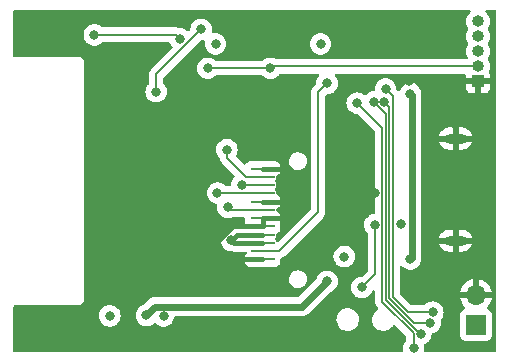
<source format=gbr>
%TF.GenerationSoftware,KiCad,Pcbnew,(6.0.2)*%
%TF.CreationDate,2022-03-05T20:45:56+08:00*%
%TF.ProjectId,screen,73637265-656e-42e6-9b69-6361645f7063,rev?*%
%TF.SameCoordinates,Original*%
%TF.FileFunction,Copper,L4,Bot*%
%TF.FilePolarity,Positive*%
%FSLAX46Y46*%
G04 Gerber Fmt 4.6, Leading zero omitted, Abs format (unit mm)*
G04 Created by KiCad (PCBNEW (6.0.2)) date 2022-03-05 20:45:56*
%MOMM*%
%LPD*%
G01*
G04 APERTURE LIST*
%TA.AperFunction,ComponentPad*%
%ADD10R,1.000000X1.000000*%
%TD*%
%TA.AperFunction,ComponentPad*%
%ADD11O,1.000000X1.000000*%
%TD*%
%TA.AperFunction,ComponentPad*%
%ADD12O,1.850000X0.850000*%
%TD*%
%TA.AperFunction,ComponentPad*%
%ADD13R,1.700000X1.700000*%
%TD*%
%TA.AperFunction,ComponentPad*%
%ADD14O,1.700000X1.700000*%
%TD*%
%TA.AperFunction,SMDPad,CuDef*%
%ADD15R,2.000000X0.200000*%
%TD*%
%TA.AperFunction,ViaPad*%
%ADD16C,0.800000*%
%TD*%
%TA.AperFunction,Conductor*%
%ADD17C,0.200000*%
%TD*%
%TA.AperFunction,Conductor*%
%ADD18C,0.400000*%
%TD*%
%TA.AperFunction,Conductor*%
%ADD19C,0.600000*%
%TD*%
G04 APERTURE END LIST*
D10*
%TO.P,J1,1,GND*%
%TO.N,GND*%
X137350000Y-42250000D03*
D11*
%TO.P,J1,2,GPIO0*%
%TO.N,/GPIO0*%
X137350000Y-40980000D03*
%TO.P,J1,3,RXD*%
%TO.N,/RXD*%
X137350000Y-39710000D03*
%TO.P,J1,4,TXD*%
%TO.N,/TXD*%
X137350000Y-38440000D03*
%TO.P,J1,5,RST*%
%TO.N,/EN*%
X137350000Y-37170000D03*
%TD*%
D12*
%TO.P,J2,S1,SHIELD*%
%TO.N,GND*%
X135450000Y-47080000D03*
X135450000Y-55720000D03*
%TD*%
D13*
%TO.P,J3,1,Pin_1*%
%TO.N,+BATT*%
X137170000Y-62880000D03*
D14*
%TO.P,J3,2,Pin_2*%
%TO.N,GND*%
X137170000Y-60340000D03*
%TD*%
D15*
%TO.P,U3,1,GND*%
%TO.N,GND*%
X119110000Y-57320000D03*
%TO.P,U3,2,LEDK*%
%TO.N,Net-(Q1-Pad3)*%
X119110000Y-56620000D03*
%TO.P,U3,3,LEDA*%
%TO.N,+3V3*%
X119110000Y-55920000D03*
%TO.P,U3,4,VDD*%
X119110000Y-55220000D03*
%TO.P,U3,5,GND*%
%TO.N,GND*%
X119110000Y-54520000D03*
%TO.P,U3,6,GND*%
X119110000Y-53820000D03*
%TO.P,U3,7,D/C*%
%TO.N,/GPIO0*%
X119110000Y-53120000D03*
%TO.P,U3,8,CS*%
%TO.N,GND*%
X119110000Y-52420000D03*
%TO.P,U3,9,SCL*%
%TO.N,/GPIO14*%
X119110000Y-51720000D03*
%TO.P,U3,10,SDA*%
%TO.N,/GPIO13*%
X119110000Y-51020000D03*
%TO.P,U3,11,RESET*%
%TO.N,/GPIO2*%
X119110000Y-50320000D03*
%TO.P,U3,12,GND*%
%TO.N,GND*%
X119110000Y-49620000D03*
%TD*%
D16*
%TO.N,+3V3*%
X126020000Y-57080000D03*
X124020000Y-39070000D03*
X115130000Y-39070000D03*
X106170000Y-62090000D03*
X110720000Y-62110000D03*
X130820000Y-54330000D03*
X116470000Y-55700000D03*
%TO.N,GND*%
X121570000Y-43080000D03*
X127440000Y-39930000D03*
X106290000Y-47660000D03*
X107680000Y-47610000D03*
X106330000Y-49200000D03*
X115720000Y-64090000D03*
X128620000Y-51680000D03*
X107760000Y-62100000D03*
X125720000Y-49780000D03*
X131520000Y-42230000D03*
X114450000Y-64070000D03*
X117210000Y-64120000D03*
X114950000Y-56140000D03*
X107780000Y-49150000D03*
%TO.N,Net-(D2-Pad2)*%
X132495000Y-63605000D03*
X128520000Y-43980000D03*
%TO.N,Net-(C2-Pad1)*%
X127520000Y-59680000D03*
X128620000Y-54380000D03*
%TO.N,/GPIO0*%
X114470000Y-41130000D03*
X119770000Y-41130000D03*
X116170000Y-52900000D03*
%TO.N,/GPIO2*%
X116090000Y-48020000D03*
%TO.N,/GPIO14*%
X115290000Y-51700000D03*
%TO.N,/GPIO13*%
X117330000Y-51030000D03*
%TO.N,/GPIO5*%
X113900000Y-37850000D03*
X110090000Y-43120000D03*
%TO.N,Net-(D2-Pad1)*%
X131895000Y-64830000D03*
X127120000Y-44080000D03*
%TO.N,Net-(R7-Pad2)*%
X104860000Y-38300000D03*
X112109488Y-38632690D03*
%TO.N,+BATT*%
X124570000Y-59180000D03*
X131620000Y-57280000D03*
X109270000Y-62050000D03*
X131620000Y-43280000D03*
%TO.N,Net-(D3-Pad1)*%
X129420000Y-43980000D03*
X133320000Y-62680000D03*
%TO.N,Net-(D3-Pad2)*%
X129520000Y-42880000D03*
X133520000Y-61780000D03*
%TO.N,Net-(Q1-Pad3)*%
X124560000Y-42410000D03*
%TD*%
D17*
%TO.N,/GPIO0*%
X119920000Y-40980000D02*
X137350000Y-40980000D01*
X119770000Y-41130000D02*
X119920000Y-40980000D01*
%TO.N,/GPIO5*%
X110090000Y-43120000D02*
X110090000Y-41660000D01*
X110090000Y-41660000D02*
X113900000Y-37850000D01*
D18*
%TO.N,+3V3*%
X119085000Y-55220000D02*
X116950000Y-55220000D01*
X119060220Y-55944780D02*
X116714780Y-55944780D01*
X116714780Y-55944780D02*
X116470000Y-55700000D01*
X116950000Y-55220000D02*
X116470000Y-55700000D01*
%TO.N,GND*%
X120749022Y-53820000D02*
X121020000Y-53549022D01*
X121020000Y-53549022D02*
X121020000Y-52690978D01*
X119110000Y-49620000D02*
X121010000Y-49620000D01*
X119110000Y-53845000D02*
X119110000Y-54520000D01*
X121030000Y-52139022D02*
X120749022Y-52420000D01*
X119110000Y-53820000D02*
X120749022Y-53820000D01*
X121020000Y-52690978D02*
X120749022Y-52420000D01*
X119110000Y-54520000D02*
X116570000Y-54520000D01*
X119085000Y-57320000D02*
X116130000Y-57320000D01*
X120749022Y-52420000D02*
X119110000Y-52420000D01*
X121010000Y-49620000D02*
X121030000Y-49640000D01*
X121030000Y-49640000D02*
X121030000Y-52139022D01*
X116570000Y-54520000D02*
X114950000Y-56140000D01*
X115430000Y-56620000D02*
X114950000Y-56140000D01*
X116130000Y-57320000D02*
X114950000Y-56140000D01*
D17*
%TO.N,Net-(D2-Pad2)*%
X132397856Y-63605000D02*
X132495000Y-63605000D01*
X129520490Y-44980490D02*
X129520490Y-60727634D01*
X129520490Y-60727634D02*
X132397856Y-63605000D01*
X128520000Y-43980000D02*
X129520490Y-44980490D01*
%TO.N,Net-(C2-Pad1)*%
X127520000Y-59680000D02*
X128620000Y-58580000D01*
X128620000Y-58580000D02*
X128620000Y-54380000D01*
%TO.N,/GPIO0*%
X119085000Y-53120000D02*
X116390000Y-53120000D01*
X119770000Y-41130000D02*
X114470000Y-41130000D01*
X116390000Y-53120000D02*
X116170000Y-52900000D01*
%TO.N,/GPIO2*%
X119110000Y-50320000D02*
X117710000Y-50320000D01*
X116090000Y-48700000D02*
X116090000Y-48020000D01*
X117710000Y-50320000D02*
X116090000Y-48700000D01*
%TO.N,/GPIO14*%
X119105000Y-51700000D02*
X115290000Y-51700000D01*
%TO.N,/GPIO13*%
X117340000Y-51020000D02*
X117330000Y-51030000D01*
X119110000Y-51020000D02*
X117340000Y-51020000D01*
%TO.N,Net-(D2-Pad1)*%
X129220000Y-60880000D02*
X131895000Y-63555000D01*
X131895000Y-63555000D02*
X131895000Y-64830000D01*
X127120000Y-44080000D02*
X129220000Y-46180000D01*
X129220000Y-46180000D02*
X129220000Y-60880000D01*
%TO.N,Net-(R7-Pad2)*%
X111756798Y-38280000D02*
X112109488Y-38632690D01*
X104870000Y-38280000D02*
X111756798Y-38280000D01*
D19*
%TO.N,+BATT*%
X124570000Y-59180000D02*
X122439501Y-61310499D01*
X131719501Y-43379501D02*
X131620000Y-43280000D01*
X122439501Y-61310499D02*
X110009501Y-61310499D01*
X131719501Y-57180499D02*
X131719501Y-43379501D01*
X131620000Y-57280000D02*
X131719501Y-57180499D01*
X110009501Y-61310499D02*
X109270000Y-62050000D01*
D17*
%TO.N,Net-(D3-Pad1)*%
X129820000Y-60603572D02*
X131896428Y-62680000D01*
X131896428Y-62680000D02*
X133320000Y-62680000D01*
X129420000Y-43980000D02*
X129820000Y-44380000D01*
X129820000Y-44380000D02*
X129820000Y-60603572D01*
%TO.N,Net-(D3-Pad2)*%
X131420000Y-61780000D02*
X130119510Y-60479510D01*
X133520000Y-61780000D02*
X131420000Y-61780000D01*
X130119510Y-43479510D02*
X129520000Y-42880000D01*
X130119510Y-60479510D02*
X130119510Y-43479510D01*
%TO.N,Net-(Q1-Pad3)*%
X123810000Y-43160000D02*
X124560000Y-42410000D01*
X120510000Y-56620000D02*
X123810000Y-53320000D01*
X119110000Y-56620000D02*
X120510000Y-56620000D01*
X123810000Y-53320000D02*
X123810000Y-43160000D01*
%TD*%
%TA.AperFunction,Conductor*%
%TO.N,GND*%
G36*
X136672148Y-36208002D02*
G01*
X136718641Y-36261658D01*
X136728745Y-36331932D01*
X136699251Y-36396512D01*
X136682986Y-36412190D01*
X136640975Y-36445968D01*
X136513846Y-36597474D01*
X136510879Y-36602872D01*
X136510875Y-36602877D01*
X136507397Y-36609204D01*
X136418567Y-36770787D01*
X136416706Y-36776654D01*
X136416705Y-36776656D01*
X136364413Y-36941500D01*
X136358765Y-36959306D01*
X136336719Y-37155851D01*
X136337235Y-37161995D01*
X136350400Y-37318774D01*
X136353268Y-37352934D01*
X136354967Y-37358858D01*
X136397216Y-37506197D01*
X136407783Y-37543050D01*
X136410602Y-37548535D01*
X136483472Y-37690323D01*
X136498187Y-37718956D01*
X136502016Y-37723787D01*
X136503839Y-37726088D01*
X136504414Y-37727509D01*
X136505353Y-37728966D01*
X136505076Y-37729144D01*
X136530474Y-37791898D01*
X136517301Y-37861662D01*
X136513846Y-37867474D01*
X136418567Y-38040787D01*
X136416706Y-38046654D01*
X136416705Y-38046656D01*
X136410614Y-38065858D01*
X136358765Y-38229306D01*
X136336719Y-38425851D01*
X136337235Y-38431995D01*
X136342100Y-38489928D01*
X136353268Y-38622934D01*
X136354967Y-38628858D01*
X136392967Y-38761379D01*
X136407783Y-38813050D01*
X136410602Y-38818535D01*
X136490480Y-38973959D01*
X136498187Y-38988956D01*
X136502016Y-38993787D01*
X136503839Y-38996088D01*
X136504414Y-38997509D01*
X136505353Y-38998966D01*
X136505076Y-38999144D01*
X136530474Y-39061898D01*
X136517301Y-39131662D01*
X136513846Y-39137474D01*
X136418567Y-39310787D01*
X136416706Y-39316654D01*
X136416705Y-39316656D01*
X136407689Y-39345078D01*
X136358765Y-39499306D01*
X136336719Y-39695851D01*
X136337235Y-39701995D01*
X136350271Y-39857237D01*
X136353268Y-39892934D01*
X136407783Y-40083050D01*
X136460003Y-40184658D01*
X136461672Y-40187905D01*
X136475020Y-40257635D01*
X136448550Y-40323513D01*
X136390666Y-40364622D01*
X136349606Y-40371500D01*
X120312587Y-40371500D01*
X120238528Y-40347437D01*
X120232098Y-40342765D01*
X120232091Y-40342761D01*
X120226752Y-40338882D01*
X120220724Y-40336198D01*
X120220722Y-40336197D01*
X120058319Y-40263891D01*
X120058318Y-40263891D01*
X120052288Y-40261206D01*
X119945437Y-40238494D01*
X119871944Y-40222872D01*
X119871939Y-40222872D01*
X119865487Y-40221500D01*
X119674513Y-40221500D01*
X119668061Y-40222872D01*
X119668056Y-40222872D01*
X119594563Y-40238494D01*
X119487712Y-40261206D01*
X119481682Y-40263891D01*
X119481681Y-40263891D01*
X119319278Y-40336197D01*
X119319276Y-40336198D01*
X119313248Y-40338882D01*
X119307907Y-40342762D01*
X119307906Y-40342763D01*
X119301473Y-40347437D01*
X119158747Y-40451134D01*
X119154334Y-40456036D01*
X119154332Y-40456037D01*
X119132926Y-40479811D01*
X119072480Y-40517050D01*
X119039290Y-40521500D01*
X115200710Y-40521500D01*
X115132589Y-40501498D01*
X115107074Y-40479811D01*
X115085668Y-40456037D01*
X115085666Y-40456036D01*
X115081253Y-40451134D01*
X114938527Y-40347437D01*
X114932094Y-40342763D01*
X114932093Y-40342762D01*
X114926752Y-40338882D01*
X114920724Y-40336198D01*
X114920722Y-40336197D01*
X114758319Y-40263891D01*
X114758318Y-40263891D01*
X114752288Y-40261206D01*
X114645437Y-40238494D01*
X114571944Y-40222872D01*
X114571939Y-40222872D01*
X114565487Y-40221500D01*
X114374513Y-40221500D01*
X114368061Y-40222872D01*
X114368056Y-40222872D01*
X114294563Y-40238494D01*
X114187712Y-40261206D01*
X114181682Y-40263891D01*
X114181681Y-40263891D01*
X114019278Y-40336197D01*
X114019276Y-40336198D01*
X114013248Y-40338882D01*
X114007907Y-40342762D01*
X114007906Y-40342763D01*
X114001473Y-40347437D01*
X113858747Y-40451134D01*
X113854326Y-40456044D01*
X113854325Y-40456045D01*
X113774367Y-40544848D01*
X113730960Y-40593056D01*
X113635473Y-40758444D01*
X113576458Y-40940072D01*
X113575768Y-40946633D01*
X113575768Y-40946635D01*
X113568919Y-41011799D01*
X113556496Y-41130000D01*
X113557186Y-41136565D01*
X113569942Y-41257928D01*
X113576458Y-41319928D01*
X113635473Y-41501556D01*
X113730960Y-41666944D01*
X113735378Y-41671851D01*
X113735379Y-41671852D01*
X113854325Y-41803955D01*
X113858747Y-41808866D01*
X113954967Y-41878774D01*
X114000766Y-41912049D01*
X114013248Y-41921118D01*
X114019276Y-41923802D01*
X114019278Y-41923803D01*
X114181681Y-41996109D01*
X114187712Y-41998794D01*
X114281112Y-42018647D01*
X114368056Y-42037128D01*
X114368061Y-42037128D01*
X114374513Y-42038500D01*
X114565487Y-42038500D01*
X114571939Y-42037128D01*
X114571944Y-42037128D01*
X114658887Y-42018647D01*
X114752288Y-41998794D01*
X114758319Y-41996109D01*
X114920722Y-41923803D01*
X114920724Y-41923802D01*
X114926752Y-41921118D01*
X114939235Y-41912049D01*
X115059671Y-41824546D01*
X115081253Y-41808866D01*
X115090308Y-41798810D01*
X115107074Y-41780189D01*
X115167520Y-41742950D01*
X115200710Y-41738500D01*
X119039290Y-41738500D01*
X119107411Y-41758502D01*
X119132926Y-41780189D01*
X119149693Y-41798810D01*
X119158747Y-41808866D01*
X119180329Y-41824546D01*
X119300766Y-41912049D01*
X119313248Y-41921118D01*
X119319276Y-41923802D01*
X119319278Y-41923803D01*
X119481681Y-41996109D01*
X119487712Y-41998794D01*
X119581112Y-42018647D01*
X119668056Y-42037128D01*
X119668061Y-42037128D01*
X119674513Y-42038500D01*
X119865487Y-42038500D01*
X119871939Y-42037128D01*
X119871944Y-42037128D01*
X119958887Y-42018647D01*
X120052288Y-41998794D01*
X120058319Y-41996109D01*
X120220722Y-41923803D01*
X120220724Y-41923802D01*
X120226752Y-41921118D01*
X120239235Y-41912049D01*
X120285033Y-41878774D01*
X120381253Y-41808866D01*
X120385675Y-41803955D01*
X120504621Y-41671852D01*
X120504622Y-41671851D01*
X120509040Y-41666944D01*
X120517958Y-41651498D01*
X120569342Y-41602506D01*
X120627076Y-41588500D01*
X123794175Y-41588500D01*
X123862296Y-41608502D01*
X123908789Y-41662158D01*
X123918893Y-41732432D01*
X123887811Y-41798810D01*
X123854663Y-41835625D01*
X123820960Y-41873056D01*
X123725473Y-42038444D01*
X123666458Y-42220072D01*
X123646496Y-42410000D01*
X123646684Y-42411786D01*
X123627184Y-42478196D01*
X123610281Y-42499170D01*
X123413766Y-42695685D01*
X123401375Y-42706552D01*
X123376013Y-42726013D01*
X123351526Y-42757925D01*
X123351523Y-42757928D01*
X123351517Y-42757936D01*
X123318100Y-42801486D01*
X123278476Y-42853124D01*
X123217162Y-43001149D01*
X123214978Y-43017739D01*
X123201500Y-43120115D01*
X123201500Y-43120120D01*
X123196250Y-43160000D01*
X123197328Y-43168188D01*
X123200422Y-43191690D01*
X123201500Y-43208136D01*
X123201500Y-53015761D01*
X123181498Y-53083882D01*
X123164595Y-53104856D01*
X120473962Y-55795489D01*
X120411650Y-55829515D01*
X120340835Y-55824450D01*
X120283999Y-55781903D01*
X120272108Y-55761022D01*
X120270607Y-55753474D01*
X120232923Y-55697077D01*
X120222610Y-55690186D01*
X120222608Y-55690184D01*
X120199532Y-55674765D01*
X120154004Y-55620288D01*
X120145157Y-55549845D01*
X120175798Y-55485801D01*
X120199532Y-55465235D01*
X120222608Y-55449816D01*
X120222610Y-55449814D01*
X120232923Y-55442923D01*
X120270607Y-55386526D01*
X120280500Y-55336791D01*
X120280499Y-55184974D01*
X120300501Y-55116854D01*
X120345991Y-55074453D01*
X120363649Y-55064786D01*
X120465724Y-54988285D01*
X120478285Y-54975724D01*
X120554786Y-54873649D01*
X120563324Y-54858054D01*
X120608478Y-54737606D01*
X120612105Y-54722351D01*
X120617631Y-54671486D01*
X120618000Y-54664673D01*
X120617999Y-54375332D01*
X120617629Y-54368510D01*
X120612105Y-54317648D01*
X120608479Y-54302396D01*
X120575427Y-54214230D01*
X120570244Y-54143422D01*
X120575427Y-54125770D01*
X120608478Y-54037606D01*
X120612105Y-54022351D01*
X120617631Y-53971486D01*
X120618000Y-53964673D01*
X120617999Y-53675332D01*
X120617629Y-53668510D01*
X120612105Y-53617648D01*
X120608479Y-53602396D01*
X120563324Y-53481946D01*
X120554786Y-53466351D01*
X120478285Y-53364276D01*
X120465724Y-53351715D01*
X120363646Y-53275212D01*
X120345991Y-53265546D01*
X120295845Y-53215287D01*
X120280500Y-53155028D01*
X120280499Y-53084976D01*
X120300500Y-53016855D01*
X120345991Y-52974453D01*
X120363649Y-52964786D01*
X120465724Y-52888285D01*
X120478285Y-52875724D01*
X120554786Y-52773649D01*
X120563324Y-52758054D01*
X120608478Y-52637606D01*
X120612105Y-52622351D01*
X120617631Y-52571486D01*
X120618000Y-52564673D01*
X120617999Y-52275332D01*
X120617629Y-52268510D01*
X120612105Y-52217648D01*
X120608479Y-52202396D01*
X120563324Y-52081946D01*
X120554786Y-52066351D01*
X120478285Y-51964276D01*
X120465724Y-51951715D01*
X120363646Y-51875212D01*
X120345991Y-51865546D01*
X120295845Y-51815287D01*
X120280500Y-51755027D01*
X120280499Y-51609399D01*
X120280499Y-51603210D01*
X120270607Y-51553474D01*
X120245992Y-51516635D01*
X120239814Y-51507390D01*
X120232923Y-51497077D01*
X120222610Y-51490186D01*
X120222608Y-51490184D01*
X120199532Y-51474765D01*
X120154004Y-51420288D01*
X120145157Y-51349845D01*
X120175798Y-51285801D01*
X120199532Y-51265235D01*
X120222608Y-51249816D01*
X120222610Y-51249814D01*
X120232923Y-51242923D01*
X120270607Y-51186526D01*
X120280500Y-51136791D01*
X120280499Y-50903210D01*
X120270607Y-50853474D01*
X120232923Y-50797077D01*
X120222610Y-50790186D01*
X120222608Y-50790184D01*
X120199532Y-50774765D01*
X120154004Y-50720288D01*
X120145157Y-50649845D01*
X120175798Y-50585801D01*
X120199532Y-50565235D01*
X120222608Y-50549816D01*
X120222610Y-50549814D01*
X120232923Y-50542923D01*
X120270607Y-50486526D01*
X120280500Y-50436791D01*
X120280499Y-50284974D01*
X120300501Y-50216854D01*
X120345991Y-50174453D01*
X120363649Y-50164786D01*
X120465724Y-50088285D01*
X120478285Y-50075724D01*
X120554786Y-49973649D01*
X120563324Y-49958054D01*
X120608478Y-49837606D01*
X120612105Y-49822351D01*
X120617631Y-49771486D01*
X120618000Y-49764673D01*
X120617999Y-49475332D01*
X120617629Y-49468510D01*
X120612105Y-49417648D01*
X120608479Y-49402396D01*
X120563324Y-49281946D01*
X120554786Y-49266351D01*
X120478285Y-49164276D01*
X120465724Y-49151715D01*
X120363649Y-49075214D01*
X120348054Y-49066676D01*
X120279195Y-49040862D01*
X121355497Y-49040862D01*
X121356737Y-49048078D01*
X121356737Y-49048080D01*
X121383894Y-49206125D01*
X121385134Y-49213340D01*
X121453654Y-49374373D01*
X121557383Y-49515324D01*
X121562961Y-49520063D01*
X121562964Y-49520066D01*
X121685176Y-49623893D01*
X121685180Y-49623896D01*
X121690755Y-49628632D01*
X121771572Y-49669899D01*
X121787687Y-49678128D01*
X121846616Y-49708219D01*
X121853721Y-49709958D01*
X121853725Y-49709959D01*
X121924030Y-49727162D01*
X122016606Y-49749815D01*
X122022206Y-49750162D01*
X122022210Y-49750163D01*
X122025709Y-49750380D01*
X122025718Y-49750380D01*
X122027648Y-49750500D01*
X122153822Y-49750500D01*
X122245369Y-49739827D01*
X122276556Y-49736191D01*
X122276558Y-49736191D01*
X122283828Y-49735343D01*
X122290705Y-49732847D01*
X122290708Y-49732846D01*
X122441452Y-49678128D01*
X122448331Y-49675631D01*
X122594685Y-49579677D01*
X122715040Y-49452628D01*
X122802939Y-49301298D01*
X122853667Y-49133807D01*
X122864503Y-48959138D01*
X122849788Y-48873498D01*
X122836106Y-48793875D01*
X122836105Y-48793873D01*
X122834866Y-48786660D01*
X122783673Y-48666348D01*
X122769211Y-48632360D01*
X122769211Y-48632359D01*
X122766346Y-48625627D01*
X122662617Y-48484676D01*
X122657039Y-48479937D01*
X122657036Y-48479934D01*
X122534824Y-48376107D01*
X122534820Y-48376104D01*
X122529245Y-48371368D01*
X122445062Y-48328382D01*
X122379900Y-48295108D01*
X122379898Y-48295107D01*
X122373384Y-48291781D01*
X122366279Y-48290042D01*
X122366275Y-48290041D01*
X122272741Y-48267154D01*
X122203394Y-48250185D01*
X122197794Y-48249838D01*
X122197790Y-48249837D01*
X122194291Y-48249620D01*
X122194282Y-48249620D01*
X122192352Y-48249500D01*
X122066178Y-48249500D01*
X121974631Y-48260173D01*
X121943444Y-48263809D01*
X121943442Y-48263809D01*
X121936172Y-48264657D01*
X121929295Y-48267153D01*
X121929292Y-48267154D01*
X121852281Y-48295108D01*
X121771669Y-48324369D01*
X121625315Y-48420323D01*
X121504960Y-48547372D01*
X121417061Y-48698702D01*
X121366333Y-48866193D01*
X121355497Y-49040862D01*
X120279195Y-49040862D01*
X120227606Y-49021522D01*
X120212351Y-49017895D01*
X120161486Y-49012369D01*
X120154672Y-49012000D01*
X118065331Y-49012001D01*
X118058510Y-49012371D01*
X118007648Y-49017895D01*
X117992396Y-49021521D01*
X117871946Y-49066676D01*
X117856351Y-49075214D01*
X117754276Y-49151715D01*
X117741716Y-49164275D01*
X117688836Y-49234834D01*
X117631977Y-49277350D01*
X117561158Y-49282376D01*
X117498914Y-49248365D01*
X116889519Y-48638970D01*
X116855493Y-48576658D01*
X116860558Y-48505843D01*
X116869495Y-48486875D01*
X116921223Y-48397279D01*
X116921224Y-48397278D01*
X116924527Y-48391556D01*
X116983542Y-48209928D01*
X117003504Y-48020000D01*
X116983542Y-47830072D01*
X116924527Y-47648444D01*
X116829040Y-47483056D01*
X116701253Y-47341134D01*
X116546752Y-47228882D01*
X116540724Y-47226198D01*
X116540722Y-47226197D01*
X116378319Y-47153891D01*
X116378318Y-47153891D01*
X116372288Y-47151206D01*
X116278888Y-47131353D01*
X116191944Y-47112872D01*
X116191939Y-47112872D01*
X116185487Y-47111500D01*
X115994513Y-47111500D01*
X115988061Y-47112872D01*
X115988056Y-47112872D01*
X115901112Y-47131353D01*
X115807712Y-47151206D01*
X115801682Y-47153891D01*
X115801681Y-47153891D01*
X115639278Y-47226197D01*
X115639276Y-47226198D01*
X115633248Y-47228882D01*
X115478747Y-47341134D01*
X115350960Y-47483056D01*
X115255473Y-47648444D01*
X115196458Y-47830072D01*
X115176496Y-48020000D01*
X115196458Y-48209928D01*
X115255473Y-48391556D01*
X115258776Y-48397278D01*
X115258777Y-48397279D01*
X115306498Y-48479934D01*
X115350960Y-48556944D01*
X115355378Y-48561851D01*
X115355379Y-48561852D01*
X115449468Y-48666348D01*
X115480754Y-48734210D01*
X115481500Y-48739880D01*
X115481500Y-48739885D01*
X115487658Y-48786660D01*
X115497162Y-48858851D01*
X115558476Y-49006876D01*
X115563503Y-49013427D01*
X115563504Y-49013429D01*
X115631520Y-49102069D01*
X115631526Y-49102075D01*
X115656013Y-49133987D01*
X115662568Y-49139017D01*
X115681379Y-49153452D01*
X115693770Y-49164319D01*
X116710877Y-50181426D01*
X116744903Y-50243738D01*
X116739838Y-50314553D01*
X116715418Y-50354831D01*
X116595379Y-50488148D01*
X116590960Y-50493056D01*
X116562169Y-50542923D01*
X116500438Y-50649845D01*
X116495473Y-50658444D01*
X116436458Y-50840072D01*
X116435768Y-50846633D01*
X116435768Y-50846635D01*
X116421891Y-50978670D01*
X116394878Y-51044327D01*
X116336656Y-51084957D01*
X116296581Y-51091500D01*
X116020710Y-51091500D01*
X115952589Y-51071498D01*
X115927074Y-51049811D01*
X115905668Y-51026037D01*
X115905666Y-51026036D01*
X115901253Y-51021134D01*
X115746752Y-50908882D01*
X115740724Y-50906198D01*
X115740722Y-50906197D01*
X115578319Y-50833891D01*
X115578318Y-50833891D01*
X115572288Y-50831206D01*
X115478887Y-50811353D01*
X115391944Y-50792872D01*
X115391939Y-50792872D01*
X115385487Y-50791500D01*
X115194513Y-50791500D01*
X115188061Y-50792872D01*
X115188056Y-50792872D01*
X115101112Y-50811353D01*
X115007712Y-50831206D01*
X115001682Y-50833891D01*
X115001681Y-50833891D01*
X114839278Y-50906197D01*
X114839276Y-50906198D01*
X114833248Y-50908882D01*
X114678747Y-51021134D01*
X114674326Y-51026044D01*
X114674325Y-51026045D01*
X114621281Y-51084957D01*
X114550960Y-51163056D01*
X114455473Y-51328444D01*
X114396458Y-51510072D01*
X114376496Y-51700000D01*
X114377186Y-51706565D01*
X114382280Y-51755027D01*
X114396458Y-51889928D01*
X114455473Y-52071556D01*
X114550960Y-52236944D01*
X114678747Y-52378866D01*
X114833248Y-52491118D01*
X114839276Y-52493802D01*
X114839278Y-52493803D01*
X114998456Y-52564673D01*
X115007712Y-52568794D01*
X115174138Y-52604169D01*
X115236611Y-52637897D01*
X115270933Y-52700047D01*
X115273251Y-52740586D01*
X115256496Y-52900000D01*
X115276458Y-53089928D01*
X115335473Y-53271556D01*
X115430960Y-53436944D01*
X115558747Y-53578866D01*
X115612126Y-53617648D01*
X115691521Y-53675332D01*
X115713248Y-53691118D01*
X115719276Y-53693802D01*
X115719278Y-53693803D01*
X115865743Y-53759013D01*
X115887712Y-53768794D01*
X115981113Y-53788647D01*
X116068056Y-53807128D01*
X116068061Y-53807128D01*
X116074513Y-53808500D01*
X116265487Y-53808500D01*
X116271939Y-53807128D01*
X116271944Y-53807128D01*
X116358887Y-53788647D01*
X116452288Y-53768794D01*
X116518324Y-53739393D01*
X116569573Y-53728500D01*
X117476001Y-53728500D01*
X117544122Y-53748502D01*
X117590615Y-53802158D01*
X117602001Y-53854500D01*
X117602001Y-53964669D01*
X117602371Y-53971490D01*
X117607895Y-54022352D01*
X117611521Y-54037604D01*
X117644573Y-54125770D01*
X117649756Y-54196578D01*
X117644573Y-54214230D01*
X117611522Y-54302394D01*
X117607895Y-54317649D01*
X117602369Y-54368514D01*
X117602000Y-54375328D01*
X117602000Y-54385500D01*
X117581998Y-54453621D01*
X117528342Y-54500114D01*
X117476000Y-54511500D01*
X116978927Y-54511500D01*
X116970358Y-54511208D01*
X116920225Y-54507790D01*
X116920221Y-54507790D01*
X116912648Y-54507274D01*
X116849681Y-54518264D01*
X116843169Y-54519224D01*
X116779758Y-54526898D01*
X116772657Y-54529581D01*
X116770048Y-54530222D01*
X116753728Y-54534687D01*
X116751195Y-54535452D01*
X116743717Y-54536757D01*
X116685190Y-54562448D01*
X116679108Y-54564930D01*
X116658753Y-54572622D01*
X116626449Y-54584828D01*
X116626447Y-54584829D01*
X116619344Y-54587513D01*
X116613085Y-54591814D01*
X116610720Y-54593051D01*
X116595948Y-54601273D01*
X116593656Y-54602628D01*
X116586695Y-54605684D01*
X116580668Y-54610309D01*
X116580664Y-54610311D01*
X116535987Y-54644593D01*
X116530662Y-54648462D01*
X116478019Y-54684643D01*
X116472967Y-54690313D01*
X116472966Y-54690314D01*
X116436572Y-54731162D01*
X116431591Y-54736438D01*
X116403466Y-54764563D01*
X116340568Y-54798715D01*
X116287895Y-54809911D01*
X116187712Y-54831206D01*
X116181682Y-54833891D01*
X116181681Y-54833891D01*
X116019278Y-54906197D01*
X116019276Y-54906198D01*
X116013248Y-54908882D01*
X116007907Y-54912762D01*
X116007906Y-54912763D01*
X115995396Y-54921852D01*
X115858747Y-55021134D01*
X115854326Y-55026044D01*
X115854325Y-55026045D01*
X115784846Y-55103210D01*
X115730960Y-55163056D01*
X115635473Y-55328444D01*
X115576458Y-55510072D01*
X115556496Y-55700000D01*
X115576458Y-55889928D01*
X115635473Y-56071556D01*
X115730960Y-56236944D01*
X115735378Y-56241851D01*
X115735379Y-56241852D01*
X115834698Y-56352157D01*
X115858747Y-56378866D01*
X116013248Y-56491118D01*
X116019276Y-56493802D01*
X116019278Y-56493803D01*
X116129903Y-56543056D01*
X116187712Y-56568794D01*
X116281112Y-56588647D01*
X116368056Y-56607128D01*
X116368061Y-56607128D01*
X116374513Y-56608500D01*
X116435856Y-56608500D01*
X116487705Y-56619663D01*
X116501353Y-56625825D01*
X116508825Y-56627210D01*
X116511392Y-56628014D01*
X116527615Y-56632635D01*
X116530207Y-56633300D01*
X116537289Y-56636062D01*
X116544824Y-56637054D01*
X116600641Y-56644402D01*
X116607157Y-56645434D01*
X116616335Y-56647135D01*
X116669966Y-56657075D01*
X116677546Y-56656638D01*
X116677547Y-56656638D01*
X116732160Y-56653489D01*
X116739413Y-56653280D01*
X117648521Y-56653280D01*
X117716642Y-56673282D01*
X117763135Y-56726938D01*
X117773239Y-56797212D01*
X117746197Y-56856422D01*
X117747096Y-56857096D01*
X117744008Y-56861217D01*
X117743745Y-56861792D01*
X117742881Y-56862720D01*
X117665214Y-56966351D01*
X117656676Y-56981946D01*
X117611522Y-57102394D01*
X117607895Y-57117649D01*
X117602369Y-57168514D01*
X117602000Y-57175327D01*
X117602001Y-57464668D01*
X117602371Y-57471490D01*
X117607895Y-57522352D01*
X117611521Y-57537604D01*
X117656676Y-57658054D01*
X117665214Y-57673649D01*
X117741715Y-57775724D01*
X117754276Y-57788285D01*
X117856351Y-57864786D01*
X117871946Y-57873324D01*
X117992394Y-57918478D01*
X118007649Y-57922105D01*
X118058514Y-57927631D01*
X118065328Y-57928000D01*
X120154669Y-57927999D01*
X120161490Y-57927629D01*
X120212352Y-57922105D01*
X120227604Y-57918479D01*
X120348054Y-57873324D01*
X120363649Y-57864786D01*
X120465724Y-57788285D01*
X120478285Y-57775724D01*
X120554786Y-57673649D01*
X120563324Y-57658054D01*
X120608478Y-57537606D01*
X120612105Y-57522351D01*
X120617631Y-57471486D01*
X120618000Y-57464672D01*
X120617999Y-57318093D01*
X120638001Y-57249972D01*
X120695780Y-57201683D01*
X120816876Y-57151524D01*
X120861023Y-57117649D01*
X120910087Y-57080000D01*
X125106496Y-57080000D01*
X125107186Y-57086565D01*
X125124361Y-57249972D01*
X125126458Y-57269928D01*
X125185473Y-57451556D01*
X125188776Y-57457278D01*
X125188777Y-57457279D01*
X125196982Y-57471490D01*
X125280960Y-57616944D01*
X125285378Y-57621851D01*
X125285379Y-57621852D01*
X125332017Y-57673649D01*
X125408747Y-57758866D01*
X125507843Y-57830864D01*
X125548912Y-57860702D01*
X125563248Y-57871118D01*
X125569276Y-57873802D01*
X125569278Y-57873803D01*
X125731681Y-57946109D01*
X125737712Y-57948794D01*
X125803365Y-57962749D01*
X125918056Y-57987128D01*
X125918061Y-57987128D01*
X125924513Y-57988500D01*
X126115487Y-57988500D01*
X126121939Y-57987128D01*
X126121944Y-57987128D01*
X126236635Y-57962749D01*
X126302288Y-57948794D01*
X126308319Y-57946109D01*
X126470722Y-57873803D01*
X126470724Y-57873802D01*
X126476752Y-57871118D01*
X126491089Y-57860702D01*
X126532157Y-57830864D01*
X126631253Y-57758866D01*
X126707983Y-57673649D01*
X126754621Y-57621852D01*
X126754622Y-57621851D01*
X126759040Y-57616944D01*
X126843018Y-57471490D01*
X126851223Y-57457279D01*
X126851224Y-57457278D01*
X126854527Y-57451556D01*
X126913542Y-57269928D01*
X126915640Y-57249972D01*
X126932814Y-57086565D01*
X126933504Y-57080000D01*
X126913542Y-56890072D01*
X126854527Y-56708444D01*
X126759040Y-56543056D01*
X126714693Y-56493803D01*
X126635675Y-56406045D01*
X126635674Y-56406044D01*
X126631253Y-56401134D01*
X126476752Y-56288882D01*
X126470724Y-56286198D01*
X126470722Y-56286197D01*
X126308319Y-56213891D01*
X126308318Y-56213891D01*
X126302288Y-56211206D01*
X126208888Y-56191353D01*
X126121944Y-56172872D01*
X126121939Y-56172872D01*
X126115487Y-56171500D01*
X125924513Y-56171500D01*
X125918061Y-56172872D01*
X125918056Y-56172872D01*
X125831113Y-56191353D01*
X125737712Y-56211206D01*
X125731682Y-56213891D01*
X125731681Y-56213891D01*
X125569278Y-56286197D01*
X125569276Y-56286198D01*
X125563248Y-56288882D01*
X125408747Y-56401134D01*
X125404326Y-56406044D01*
X125404325Y-56406045D01*
X125325308Y-56493803D01*
X125280960Y-56543056D01*
X125185473Y-56708444D01*
X125126458Y-56890072D01*
X125106496Y-57080000D01*
X120910087Y-57080000D01*
X120912072Y-57078477D01*
X120912075Y-57078474D01*
X120937434Y-57059015D01*
X120943987Y-57053987D01*
X120949017Y-57047432D01*
X120963452Y-57028621D01*
X120974319Y-57016230D01*
X124206234Y-53784315D01*
X124218625Y-53773448D01*
X124237437Y-53759013D01*
X124243987Y-53753987D01*
X124268474Y-53722075D01*
X124268478Y-53722071D01*
X124341524Y-53626876D01*
X124402838Y-53478851D01*
X124408355Y-53436944D01*
X124409680Y-53426878D01*
X124409680Y-53426876D01*
X124418500Y-53359885D01*
X124418500Y-53359880D01*
X124422672Y-53328189D01*
X124423750Y-53320000D01*
X124419578Y-53288307D01*
X124418500Y-53271864D01*
X124418500Y-43464239D01*
X124438502Y-43396118D01*
X124455405Y-43375144D01*
X124475144Y-43355405D01*
X124537456Y-43321379D01*
X124564239Y-43318500D01*
X124655487Y-43318500D01*
X124661939Y-43317128D01*
X124661944Y-43317128D01*
X124776569Y-43292763D01*
X124842288Y-43278794D01*
X124854325Y-43273435D01*
X125010722Y-43203803D01*
X125010724Y-43203802D01*
X125016752Y-43201118D01*
X125029729Y-43191690D01*
X125119365Y-43126565D01*
X125171253Y-43088866D01*
X125185654Y-43072872D01*
X125294621Y-42951852D01*
X125294622Y-42951851D01*
X125299040Y-42946944D01*
X125383018Y-42801490D01*
X125391223Y-42787279D01*
X125391224Y-42787278D01*
X125394527Y-42781556D01*
X125453542Y-42599928D01*
X125454715Y-42588774D01*
X125472814Y-42416565D01*
X125473504Y-42410000D01*
X125453542Y-42220072D01*
X125394527Y-42038444D01*
X125299040Y-41873056D01*
X125265337Y-41835625D01*
X125232189Y-41798810D01*
X125201471Y-41734803D01*
X125210236Y-41664349D01*
X125255699Y-41609818D01*
X125325825Y-41588500D01*
X136216000Y-41588500D01*
X136284121Y-41608502D01*
X136330614Y-41662158D01*
X136342000Y-41714500D01*
X136342000Y-41977885D01*
X136346475Y-41993124D01*
X136347865Y-41994329D01*
X136355548Y-41996000D01*
X138339884Y-41996000D01*
X138355123Y-41991525D01*
X138356328Y-41990135D01*
X138357999Y-41982452D01*
X138357999Y-41705331D01*
X138357629Y-41698510D01*
X138352105Y-41647648D01*
X138348479Y-41632396D01*
X138303324Y-41511946D01*
X138290478Y-41488483D01*
X138292602Y-41487320D01*
X138272313Y-41433007D01*
X138278429Y-41384183D01*
X138301987Y-41313365D01*
X138338197Y-41204513D01*
X138362985Y-41008295D01*
X138363380Y-40980000D01*
X138344080Y-40783167D01*
X138286916Y-40593831D01*
X138194066Y-40419204D01*
X138190167Y-40414424D01*
X138189715Y-40413743D01*
X138168676Y-40345935D01*
X138185105Y-40281775D01*
X138192923Y-40268014D01*
X138218567Y-40222872D01*
X138272723Y-40127542D01*
X138272725Y-40127537D01*
X138275769Y-40122179D01*
X138338197Y-39934513D01*
X138362985Y-39738295D01*
X138363380Y-39710000D01*
X138344080Y-39513167D01*
X138286916Y-39323831D01*
X138194066Y-39149204D01*
X138190167Y-39144424D01*
X138189715Y-39143743D01*
X138168676Y-39075935D01*
X138185105Y-39011775D01*
X138272723Y-38857542D01*
X138272725Y-38857537D01*
X138275769Y-38852179D01*
X138338197Y-38664513D01*
X138362985Y-38468295D01*
X138363380Y-38440000D01*
X138344080Y-38243167D01*
X138286916Y-38053831D01*
X138194066Y-37879204D01*
X138190167Y-37874424D01*
X138189715Y-37873743D01*
X138168676Y-37805935D01*
X138185105Y-37741775D01*
X138194316Y-37725562D01*
X138228010Y-37666250D01*
X138272723Y-37587542D01*
X138272725Y-37587537D01*
X138275769Y-37582179D01*
X138338197Y-37394513D01*
X138362985Y-37198295D01*
X138363380Y-37170000D01*
X138344080Y-36973167D01*
X138334934Y-36942872D01*
X138288697Y-36789731D01*
X138286916Y-36783831D01*
X138194066Y-36609204D01*
X138123709Y-36522938D01*
X138072960Y-36460713D01*
X138072957Y-36460710D01*
X138069065Y-36455938D01*
X138057014Y-36445968D01*
X138014847Y-36411085D01*
X137975108Y-36352251D01*
X137973486Y-36281273D01*
X138010496Y-36220686D01*
X138074386Y-36189725D01*
X138095162Y-36188000D01*
X138761000Y-36188000D01*
X138829121Y-36208002D01*
X138875614Y-36261658D01*
X138887000Y-36314000D01*
X138887000Y-65046000D01*
X138866998Y-65114121D01*
X138813342Y-65160614D01*
X138761000Y-65172000D01*
X132911110Y-65172000D01*
X132842989Y-65151998D01*
X132796496Y-65098342D01*
X132786392Y-65028068D01*
X132786992Y-65024698D01*
X132788542Y-65019928D01*
X132789231Y-65013373D01*
X132789232Y-65013368D01*
X132807814Y-64836565D01*
X132808504Y-64830000D01*
X132788542Y-64640072D01*
X132774979Y-64598329D01*
X132772951Y-64527363D01*
X132809614Y-64466565D01*
X132843563Y-64444287D01*
X132945722Y-64398803D01*
X132945724Y-64398802D01*
X132951752Y-64396118D01*
X133106253Y-64283866D01*
X133196155Y-64184020D01*
X133229621Y-64146852D01*
X133229622Y-64146851D01*
X133234040Y-64141944D01*
X133329527Y-63976556D01*
X133388542Y-63794928D01*
X133390307Y-63778134D01*
X135811500Y-63778134D01*
X135818255Y-63840316D01*
X135869385Y-63976705D01*
X135956739Y-64093261D01*
X136073295Y-64180615D01*
X136209684Y-64231745D01*
X136271866Y-64238500D01*
X138068134Y-64238500D01*
X138130316Y-64231745D01*
X138266705Y-64180615D01*
X138383261Y-64093261D01*
X138470615Y-63976705D01*
X138521745Y-63840316D01*
X138528500Y-63778134D01*
X138528500Y-61981866D01*
X138521745Y-61919684D01*
X138470615Y-61783295D01*
X138383261Y-61666739D01*
X138266705Y-61579385D01*
X138196473Y-61553056D01*
X138147687Y-61534767D01*
X138090923Y-61492125D01*
X138066223Y-61425564D01*
X138081430Y-61356215D01*
X138102977Y-61327535D01*
X138204052Y-61226812D01*
X138210730Y-61218965D01*
X138335003Y-61046020D01*
X138340313Y-61037183D01*
X138434670Y-60846267D01*
X138438469Y-60836672D01*
X138500377Y-60632910D01*
X138502555Y-60622837D01*
X138503986Y-60611962D01*
X138501775Y-60597778D01*
X138488617Y-60594000D01*
X135853225Y-60594000D01*
X135839694Y-60597973D01*
X135838257Y-60607966D01*
X135868565Y-60742446D01*
X135871645Y-60752275D01*
X135951770Y-60949603D01*
X135956413Y-60958794D01*
X136067694Y-61140388D01*
X136073777Y-61148699D01*
X136213213Y-61309667D01*
X136220577Y-61316879D01*
X136225522Y-61320985D01*
X136265156Y-61379889D01*
X136266653Y-61450870D01*
X136229537Y-61511392D01*
X136189264Y-61535910D01*
X136081705Y-61576232D01*
X136081704Y-61576233D01*
X136073295Y-61579385D01*
X135956739Y-61666739D01*
X135869385Y-61783295D01*
X135818255Y-61919684D01*
X135811500Y-61981866D01*
X135811500Y-63778134D01*
X133390307Y-63778134D01*
X133400549Y-63680684D01*
X133427562Y-63615028D01*
X133485783Y-63574398D01*
X133499662Y-63570608D01*
X133508397Y-63568751D01*
X133602288Y-63548794D01*
X133608319Y-63546109D01*
X133770722Y-63473803D01*
X133770724Y-63473802D01*
X133776752Y-63471118D01*
X133931253Y-63358866D01*
X133986558Y-63297444D01*
X134054621Y-63221852D01*
X134054622Y-63221851D01*
X134059040Y-63216944D01*
X134141333Y-63074409D01*
X134151223Y-63057279D01*
X134151224Y-63057278D01*
X134154527Y-63051556D01*
X134213542Y-62869928D01*
X134233504Y-62680000D01*
X134227327Y-62621226D01*
X134214233Y-62496642D01*
X134214232Y-62496638D01*
X134213542Y-62490072D01*
X134208733Y-62475271D01*
X134206750Y-62469167D01*
X134204724Y-62398199D01*
X134232948Y-62345922D01*
X134254621Y-62321852D01*
X134254622Y-62321851D01*
X134259040Y-62316944D01*
X134303505Y-62239928D01*
X134351223Y-62157279D01*
X134351224Y-62157278D01*
X134354527Y-62151556D01*
X134413542Y-61969928D01*
X134415442Y-61951857D01*
X134432814Y-61786565D01*
X134433504Y-61780000D01*
X134421600Y-61666739D01*
X134414232Y-61596635D01*
X134414232Y-61596633D01*
X134413542Y-61590072D01*
X134354527Y-61408444D01*
X134259040Y-61243056D01*
X134237349Y-61218965D01*
X134135675Y-61106045D01*
X134135674Y-61106044D01*
X134131253Y-61101134D01*
X133976752Y-60988882D01*
X133970724Y-60986198D01*
X133970722Y-60986197D01*
X133808319Y-60913891D01*
X133808318Y-60913891D01*
X133802288Y-60911206D01*
X133708887Y-60891353D01*
X133621944Y-60872872D01*
X133621939Y-60872872D01*
X133615487Y-60871500D01*
X133424513Y-60871500D01*
X133418061Y-60872872D01*
X133418056Y-60872872D01*
X133331113Y-60891353D01*
X133237712Y-60911206D01*
X133231682Y-60913891D01*
X133231681Y-60913891D01*
X133069278Y-60986197D01*
X133069276Y-60986198D01*
X133063248Y-60988882D01*
X133057907Y-60992762D01*
X133057906Y-60992763D01*
X132983971Y-61046480D01*
X132908747Y-61101134D01*
X132904334Y-61106036D01*
X132904332Y-61106037D01*
X132882926Y-61129811D01*
X132822480Y-61167050D01*
X132789290Y-61171500D01*
X131724239Y-61171500D01*
X131656118Y-61151498D01*
X131635144Y-61134595D01*
X130764915Y-60264366D01*
X130730889Y-60202054D01*
X130728010Y-60175271D01*
X130728010Y-60074183D01*
X135834389Y-60074183D01*
X135835912Y-60082607D01*
X135848292Y-60086000D01*
X136897885Y-60086000D01*
X136913124Y-60081525D01*
X136914329Y-60080135D01*
X136916000Y-60072452D01*
X136916000Y-60067885D01*
X137424000Y-60067885D01*
X137428475Y-60083124D01*
X137429865Y-60084329D01*
X137437548Y-60086000D01*
X138488344Y-60086000D01*
X138501875Y-60082027D01*
X138503180Y-60072947D01*
X138461214Y-59905875D01*
X138457894Y-59896124D01*
X138372972Y-59700814D01*
X138368105Y-59691739D01*
X138252426Y-59512926D01*
X138246136Y-59504757D01*
X138102806Y-59347240D01*
X138095273Y-59340215D01*
X137928139Y-59208222D01*
X137919552Y-59202517D01*
X137733117Y-59099599D01*
X137723705Y-59095369D01*
X137522959Y-59024280D01*
X137512988Y-59021646D01*
X137441837Y-59008972D01*
X137428540Y-59010432D01*
X137424000Y-59024989D01*
X137424000Y-60067885D01*
X136916000Y-60067885D01*
X136916000Y-59023102D01*
X136912082Y-59009758D01*
X136897806Y-59007771D01*
X136859324Y-59013660D01*
X136849288Y-59016051D01*
X136646868Y-59082212D01*
X136637359Y-59086209D01*
X136448463Y-59184542D01*
X136439738Y-59190036D01*
X136269433Y-59317905D01*
X136261726Y-59324748D01*
X136114590Y-59478717D01*
X136108104Y-59486727D01*
X135988098Y-59662649D01*
X135983000Y-59671623D01*
X135893338Y-59864783D01*
X135889775Y-59874470D01*
X135834389Y-60074183D01*
X130728010Y-60074183D01*
X130728010Y-57975316D01*
X130748012Y-57907195D01*
X130801668Y-57860702D01*
X130871942Y-57850598D01*
X130936522Y-57880092D01*
X130947635Y-57890995D01*
X131008747Y-57958866D01*
X131163248Y-58071118D01*
X131169276Y-58073802D01*
X131169278Y-58073803D01*
X131331681Y-58146109D01*
X131337712Y-58148794D01*
X131431112Y-58168647D01*
X131518056Y-58187128D01*
X131518061Y-58187128D01*
X131524513Y-58188500D01*
X131715487Y-58188500D01*
X131721939Y-58187128D01*
X131721944Y-58187128D01*
X131808888Y-58168647D01*
X131902288Y-58148794D01*
X131908319Y-58146109D01*
X132070722Y-58073803D01*
X132070724Y-58073802D01*
X132076752Y-58071118D01*
X132231253Y-57958866D01*
X132240322Y-57948794D01*
X132354621Y-57821852D01*
X132354622Y-57821851D01*
X132359040Y-57816944D01*
X132441772Y-57673649D01*
X132451223Y-57657279D01*
X132451224Y-57657278D01*
X132454527Y-57651556D01*
X132513542Y-57469928D01*
X132514872Y-57457279D01*
X132532814Y-57286565D01*
X132533504Y-57280000D01*
X132528691Y-57234207D01*
X132528001Y-57221037D01*
X132528001Y-57195366D01*
X132528002Y-57194926D01*
X132528347Y-57096163D01*
X132528347Y-57096157D01*
X132528359Y-57092629D01*
X132528090Y-57091426D01*
X132528001Y-57089782D01*
X132528001Y-55988468D01*
X134053221Y-55988468D01*
X134056405Y-56003444D01*
X134060462Y-56015932D01*
X134134863Y-56183039D01*
X134141429Y-56194411D01*
X134248944Y-56342394D01*
X134257735Y-56352157D01*
X134393672Y-56474554D01*
X134404291Y-56482270D01*
X134562711Y-56573734D01*
X134574700Y-56579072D01*
X134748671Y-56635598D01*
X134761514Y-56638328D01*
X134897838Y-56652656D01*
X134904397Y-56653000D01*
X135177885Y-56653000D01*
X135193124Y-56648525D01*
X135194329Y-56647135D01*
X135196000Y-56639452D01*
X135196000Y-56634885D01*
X135704000Y-56634885D01*
X135708475Y-56650124D01*
X135709865Y-56651329D01*
X135717548Y-56653000D01*
X135995603Y-56653000D01*
X136002162Y-56652656D01*
X136138486Y-56638328D01*
X136151329Y-56635598D01*
X136325300Y-56579072D01*
X136337289Y-56573734D01*
X136495709Y-56482270D01*
X136506328Y-56474554D01*
X136642265Y-56352157D01*
X136651056Y-56342394D01*
X136758571Y-56194412D01*
X136765137Y-56183040D01*
X136839538Y-56015932D01*
X136843595Y-56003444D01*
X136846088Y-55991720D01*
X136845015Y-55977659D01*
X136835059Y-55974000D01*
X135722115Y-55974000D01*
X135706876Y-55978475D01*
X135705671Y-55979865D01*
X135704000Y-55987548D01*
X135704000Y-56634885D01*
X135196000Y-56634885D01*
X135196000Y-55992115D01*
X135191525Y-55976876D01*
X135190135Y-55975671D01*
X135182452Y-55974000D01*
X134068261Y-55974000D01*
X134054730Y-55977973D01*
X134053221Y-55988468D01*
X132528001Y-55988468D01*
X132528001Y-55448280D01*
X134053912Y-55448280D01*
X134054985Y-55462341D01*
X134064941Y-55466000D01*
X135177885Y-55466000D01*
X135193124Y-55461525D01*
X135194329Y-55460135D01*
X135196000Y-55452452D01*
X135196000Y-55447885D01*
X135704000Y-55447885D01*
X135708475Y-55463124D01*
X135709865Y-55464329D01*
X135717548Y-55466000D01*
X136831739Y-55466000D01*
X136845270Y-55462027D01*
X136846779Y-55451532D01*
X136843595Y-55436556D01*
X136839538Y-55424068D01*
X136765137Y-55256961D01*
X136758571Y-55245589D01*
X136651056Y-55097606D01*
X136642265Y-55087843D01*
X136506328Y-54965446D01*
X136495709Y-54957730D01*
X136337289Y-54866266D01*
X136325300Y-54860928D01*
X136151329Y-54804402D01*
X136138486Y-54801672D01*
X136002162Y-54787344D01*
X135995603Y-54787000D01*
X135722115Y-54787000D01*
X135706876Y-54791475D01*
X135705671Y-54792865D01*
X135704000Y-54800548D01*
X135704000Y-55447885D01*
X135196000Y-55447885D01*
X135196000Y-54805115D01*
X135191525Y-54789876D01*
X135190135Y-54788671D01*
X135182452Y-54787000D01*
X134904397Y-54787000D01*
X134897838Y-54787344D01*
X134761514Y-54801672D01*
X134748671Y-54804402D01*
X134574700Y-54860928D01*
X134562711Y-54866266D01*
X134404291Y-54957730D01*
X134393672Y-54965446D01*
X134257735Y-55087843D01*
X134248944Y-55097606D01*
X134141429Y-55245588D01*
X134134863Y-55256960D01*
X134060462Y-55424068D01*
X134056405Y-55436556D01*
X134053912Y-55448280D01*
X132528001Y-55448280D01*
X132528001Y-47348468D01*
X134053221Y-47348468D01*
X134056405Y-47363444D01*
X134060462Y-47375932D01*
X134134863Y-47543039D01*
X134141429Y-47554411D01*
X134248944Y-47702394D01*
X134257735Y-47712157D01*
X134393672Y-47834554D01*
X134404291Y-47842270D01*
X134562711Y-47933734D01*
X134574700Y-47939072D01*
X134748671Y-47995598D01*
X134761514Y-47998328D01*
X134897838Y-48012656D01*
X134904397Y-48013000D01*
X135177885Y-48013000D01*
X135193124Y-48008525D01*
X135194329Y-48007135D01*
X135196000Y-47999452D01*
X135196000Y-47994885D01*
X135704000Y-47994885D01*
X135708475Y-48010124D01*
X135709865Y-48011329D01*
X135717548Y-48013000D01*
X135995603Y-48013000D01*
X136002162Y-48012656D01*
X136138486Y-47998328D01*
X136151329Y-47995598D01*
X136325300Y-47939072D01*
X136337289Y-47933734D01*
X136495709Y-47842270D01*
X136506328Y-47834554D01*
X136642265Y-47712157D01*
X136651056Y-47702394D01*
X136758571Y-47554412D01*
X136765137Y-47543040D01*
X136839538Y-47375932D01*
X136843595Y-47363444D01*
X136846088Y-47351720D01*
X136845015Y-47337659D01*
X136835059Y-47334000D01*
X135722115Y-47334000D01*
X135706876Y-47338475D01*
X135705671Y-47339865D01*
X135704000Y-47347548D01*
X135704000Y-47994885D01*
X135196000Y-47994885D01*
X135196000Y-47352115D01*
X135191525Y-47336876D01*
X135190135Y-47335671D01*
X135182452Y-47334000D01*
X134068261Y-47334000D01*
X134054730Y-47337973D01*
X134053221Y-47348468D01*
X132528001Y-47348468D01*
X132528001Y-46808280D01*
X134053912Y-46808280D01*
X134054985Y-46822341D01*
X134064941Y-46826000D01*
X135177885Y-46826000D01*
X135193124Y-46821525D01*
X135194329Y-46820135D01*
X135196000Y-46812452D01*
X135196000Y-46807885D01*
X135704000Y-46807885D01*
X135708475Y-46823124D01*
X135709865Y-46824329D01*
X135717548Y-46826000D01*
X136831739Y-46826000D01*
X136845270Y-46822027D01*
X136846779Y-46811532D01*
X136843595Y-46796556D01*
X136839538Y-46784068D01*
X136765137Y-46616961D01*
X136758571Y-46605589D01*
X136651056Y-46457606D01*
X136642265Y-46447843D01*
X136506328Y-46325446D01*
X136495709Y-46317730D01*
X136337289Y-46226266D01*
X136325300Y-46220928D01*
X136151329Y-46164402D01*
X136138486Y-46161672D01*
X136002162Y-46147344D01*
X135995603Y-46147000D01*
X135722115Y-46147000D01*
X135706876Y-46151475D01*
X135705671Y-46152865D01*
X135704000Y-46160548D01*
X135704000Y-46807885D01*
X135196000Y-46807885D01*
X135196000Y-46165115D01*
X135191525Y-46149876D01*
X135190135Y-46148671D01*
X135182452Y-46147000D01*
X134904397Y-46147000D01*
X134897838Y-46147344D01*
X134761514Y-46161672D01*
X134748671Y-46164402D01*
X134574700Y-46220928D01*
X134562711Y-46226266D01*
X134404291Y-46317730D01*
X134393672Y-46325446D01*
X134257735Y-46447843D01*
X134248944Y-46457606D01*
X134141429Y-46605588D01*
X134134863Y-46616960D01*
X134060462Y-46784068D01*
X134056405Y-46796556D01*
X134053912Y-46808280D01*
X132528001Y-46808280D01*
X132528001Y-43388761D01*
X132528008Y-43387442D01*
X132528587Y-43332136D01*
X132529270Y-43320284D01*
X132532814Y-43286565D01*
X132533504Y-43280000D01*
X132525951Y-43208136D01*
X132514232Y-43096635D01*
X132514232Y-43096633D01*
X132513542Y-43090072D01*
X132454527Y-42908444D01*
X132388839Y-42794669D01*
X136342001Y-42794669D01*
X136342371Y-42801490D01*
X136347895Y-42852352D01*
X136351521Y-42867604D01*
X136396676Y-42988054D01*
X136405214Y-43003649D01*
X136481715Y-43105724D01*
X136494276Y-43118285D01*
X136596351Y-43194786D01*
X136611946Y-43203324D01*
X136732394Y-43248478D01*
X136747649Y-43252105D01*
X136798514Y-43257631D01*
X136805328Y-43258000D01*
X137077885Y-43258000D01*
X137093124Y-43253525D01*
X137094329Y-43252135D01*
X137096000Y-43244452D01*
X137096000Y-43239884D01*
X137604000Y-43239884D01*
X137608475Y-43255123D01*
X137609865Y-43256328D01*
X137617548Y-43257999D01*
X137894669Y-43257999D01*
X137901490Y-43257629D01*
X137952352Y-43252105D01*
X137967604Y-43248479D01*
X138088054Y-43203324D01*
X138103649Y-43194786D01*
X138205724Y-43118285D01*
X138218285Y-43105724D01*
X138294786Y-43003649D01*
X138303324Y-42988054D01*
X138348478Y-42867606D01*
X138352105Y-42852351D01*
X138357631Y-42801486D01*
X138358000Y-42794672D01*
X138358000Y-42522115D01*
X138353525Y-42506876D01*
X138352135Y-42505671D01*
X138344452Y-42504000D01*
X137622115Y-42504000D01*
X137606876Y-42508475D01*
X137605671Y-42509865D01*
X137604000Y-42517548D01*
X137604000Y-43239884D01*
X137096000Y-43239884D01*
X137096000Y-42522115D01*
X137091525Y-42506876D01*
X137090135Y-42505671D01*
X137082452Y-42504000D01*
X136360116Y-42504000D01*
X136344877Y-42508475D01*
X136343672Y-42509865D01*
X136342001Y-42517548D01*
X136342001Y-42794669D01*
X132388839Y-42794669D01*
X132359040Y-42743056D01*
X132343695Y-42726013D01*
X132235675Y-42606045D01*
X132235674Y-42606044D01*
X132231253Y-42601134D01*
X132105633Y-42509865D01*
X132082094Y-42492763D01*
X132082093Y-42492762D01*
X132076752Y-42488882D01*
X132070724Y-42486198D01*
X132070722Y-42486197D01*
X131908319Y-42413891D01*
X131908318Y-42413891D01*
X131902288Y-42411206D01*
X131801158Y-42389710D01*
X131721944Y-42372872D01*
X131721939Y-42372872D01*
X131715487Y-42371500D01*
X131524513Y-42371500D01*
X131518061Y-42372872D01*
X131518056Y-42372872D01*
X131438842Y-42389710D01*
X131337712Y-42411206D01*
X131331682Y-42413891D01*
X131331681Y-42413891D01*
X131169278Y-42486197D01*
X131169276Y-42486198D01*
X131163248Y-42488882D01*
X131157907Y-42492762D01*
X131157906Y-42492763D01*
X131134367Y-42509865D01*
X131008747Y-42601134D01*
X131004326Y-42606044D01*
X131004325Y-42606045D01*
X130896306Y-42726013D01*
X130880960Y-42743056D01*
X130785473Y-42908444D01*
X130772964Y-42946944D01*
X130758131Y-42992594D01*
X130718057Y-43051199D01*
X130652660Y-43078836D01*
X130582704Y-43066729D01*
X130554011Y-43046193D01*
X130553497Y-43045523D01*
X130546951Y-43040500D01*
X130546948Y-43040497D01*
X130528131Y-43026058D01*
X130515740Y-43015191D01*
X130469719Y-42969170D01*
X130435693Y-42906858D01*
X130433159Y-42883284D01*
X130433504Y-42880000D01*
X130424536Y-42794672D01*
X130414232Y-42696635D01*
X130414232Y-42696633D01*
X130413542Y-42690072D01*
X130354527Y-42508444D01*
X130259040Y-42343056D01*
X130131253Y-42201134D01*
X129976752Y-42088882D01*
X129970724Y-42086198D01*
X129970722Y-42086197D01*
X129808319Y-42013891D01*
X129808318Y-42013891D01*
X129802288Y-42011206D01*
X129703157Y-41990135D01*
X129621944Y-41972872D01*
X129621939Y-41972872D01*
X129615487Y-41971500D01*
X129424513Y-41971500D01*
X129418061Y-41972872D01*
X129418056Y-41972872D01*
X129336843Y-41990135D01*
X129237712Y-42011206D01*
X129231682Y-42013891D01*
X129231681Y-42013891D01*
X129069278Y-42086197D01*
X129069276Y-42086198D01*
X129063248Y-42088882D01*
X128908747Y-42201134D01*
X128780960Y-42343056D01*
X128685473Y-42508444D01*
X128626458Y-42690072D01*
X128625768Y-42696633D01*
X128625768Y-42696635D01*
X128615464Y-42794672D01*
X128606496Y-42880000D01*
X128607186Y-42886565D01*
X128611996Y-42932330D01*
X128599224Y-43002168D01*
X128550722Y-43054015D01*
X128486686Y-43071500D01*
X128424513Y-43071500D01*
X128418061Y-43072872D01*
X128418056Y-43072872D01*
X128342813Y-43088866D01*
X128237712Y-43111206D01*
X128231682Y-43113891D01*
X128231681Y-43113891D01*
X128069278Y-43186197D01*
X128069276Y-43186198D01*
X128063248Y-43188882D01*
X128057907Y-43192762D01*
X128057906Y-43192763D01*
X128043370Y-43203324D01*
X127908747Y-43301134D01*
X127860033Y-43355236D01*
X127799589Y-43392474D01*
X127728605Y-43391122D01*
X127692338Y-43372860D01*
X127582094Y-43292763D01*
X127582093Y-43292762D01*
X127576752Y-43288882D01*
X127570724Y-43286198D01*
X127570722Y-43286197D01*
X127408319Y-43213891D01*
X127408318Y-43213891D01*
X127402288Y-43211206D01*
X127308887Y-43191353D01*
X127221944Y-43172872D01*
X127221939Y-43172872D01*
X127215487Y-43171500D01*
X127024513Y-43171500D01*
X127018061Y-43172872D01*
X127018056Y-43172872D01*
X126931113Y-43191353D01*
X126837712Y-43211206D01*
X126831682Y-43213891D01*
X126831681Y-43213891D01*
X126669278Y-43286197D01*
X126669276Y-43286198D01*
X126663248Y-43288882D01*
X126657907Y-43292762D01*
X126657906Y-43292763D01*
X126643314Y-43303365D01*
X126508747Y-43401134D01*
X126504326Y-43406044D01*
X126504325Y-43406045D01*
X126430903Y-43487589D01*
X126380960Y-43543056D01*
X126285473Y-43708444D01*
X126226458Y-43890072D01*
X126206496Y-44080000D01*
X126226458Y-44269928D01*
X126285473Y-44451556D01*
X126380960Y-44616944D01*
X126508747Y-44758866D01*
X126663248Y-44871118D01*
X126669276Y-44873802D01*
X126669278Y-44873803D01*
X126831681Y-44946109D01*
X126837712Y-44948794D01*
X126931112Y-44968647D01*
X127018056Y-44987128D01*
X127018061Y-44987128D01*
X127024513Y-44988500D01*
X127115761Y-44988500D01*
X127183882Y-45008502D01*
X127204856Y-45025405D01*
X128574595Y-46395144D01*
X128608621Y-46457456D01*
X128611500Y-46484239D01*
X128611500Y-53350977D01*
X128591498Y-53419098D01*
X128537842Y-53465591D01*
X128511697Y-53474224D01*
X128489929Y-53478851D01*
X128337712Y-53511206D01*
X128331682Y-53513891D01*
X128331681Y-53513891D01*
X128169278Y-53586197D01*
X128169276Y-53586198D01*
X128163248Y-53588882D01*
X128157907Y-53592762D01*
X128157906Y-53592763D01*
X128123655Y-53617648D01*
X128008747Y-53701134D01*
X128004326Y-53706044D01*
X128004325Y-53706045D01*
X127933851Y-53784315D01*
X127880960Y-53843056D01*
X127877659Y-53848774D01*
X127810747Y-53964669D01*
X127785473Y-54008444D01*
X127726458Y-54190072D01*
X127706496Y-54380000D01*
X127707186Y-54386565D01*
X127722972Y-54536757D01*
X127726458Y-54569928D01*
X127785473Y-54751556D01*
X127788776Y-54757278D01*
X127788777Y-54757279D01*
X127805937Y-54787000D01*
X127880960Y-54916944D01*
X127885378Y-54921851D01*
X127885379Y-54921852D01*
X127979136Y-55025980D01*
X128009854Y-55089987D01*
X128011500Y-55110290D01*
X128011500Y-58275761D01*
X127991498Y-58343882D01*
X127974595Y-58364857D01*
X127604855Y-58734596D01*
X127542543Y-58768621D01*
X127515760Y-58771500D01*
X127424513Y-58771500D01*
X127418061Y-58772872D01*
X127418056Y-58772872D01*
X127353191Y-58786660D01*
X127237712Y-58811206D01*
X127231682Y-58813891D01*
X127231681Y-58813891D01*
X127069278Y-58886197D01*
X127069276Y-58886198D01*
X127063248Y-58888882D01*
X126908747Y-59001134D01*
X126904326Y-59006044D01*
X126904325Y-59006045D01*
X126823898Y-59095369D01*
X126780960Y-59143056D01*
X126685473Y-59308444D01*
X126626458Y-59490072D01*
X126625768Y-59496633D01*
X126625768Y-59496635D01*
X126612393Y-59623893D01*
X126606496Y-59680000D01*
X126626458Y-59869928D01*
X126685473Y-60051556D01*
X126688776Y-60057278D01*
X126688777Y-60057279D01*
X126705359Y-60086000D01*
X126780960Y-60216944D01*
X126785378Y-60221851D01*
X126785379Y-60221852D01*
X126894118Y-60342619D01*
X126908747Y-60358866D01*
X126926815Y-60371993D01*
X127054957Y-60465094D01*
X127063248Y-60471118D01*
X127069276Y-60473802D01*
X127069278Y-60473803D01*
X127231681Y-60546109D01*
X127237712Y-60548794D01*
X127331112Y-60568647D01*
X127418056Y-60587128D01*
X127418061Y-60587128D01*
X127424513Y-60588500D01*
X127615487Y-60588500D01*
X127621939Y-60587128D01*
X127621944Y-60587128D01*
X127708888Y-60568647D01*
X127802288Y-60548794D01*
X127808319Y-60546109D01*
X127970722Y-60473803D01*
X127970724Y-60473802D01*
X127976752Y-60471118D01*
X127985044Y-60465094D01*
X128113185Y-60371993D01*
X128131253Y-60358866D01*
X128145882Y-60342619D01*
X128254621Y-60221852D01*
X128254622Y-60221851D01*
X128259040Y-60216944D01*
X128334641Y-60086000D01*
X128351223Y-60057279D01*
X128351224Y-60057278D01*
X128354527Y-60051556D01*
X128365668Y-60017269D01*
X128405741Y-59958665D01*
X128471138Y-59931028D01*
X128541094Y-59943135D01*
X128593400Y-59991141D01*
X128611500Y-60056207D01*
X128611500Y-60831864D01*
X128610422Y-60848307D01*
X128606250Y-60880000D01*
X128611500Y-60919880D01*
X128611500Y-60919885D01*
X128613496Y-60935041D01*
X128616322Y-60956508D01*
X128616322Y-60956510D01*
X128624336Y-61017381D01*
X128627162Y-61038851D01*
X128688476Y-61186876D01*
X128693503Y-61193427D01*
X128693504Y-61193429D01*
X128761520Y-61282069D01*
X128761526Y-61282075D01*
X128786013Y-61313987D01*
X128792568Y-61319017D01*
X128811379Y-61333452D01*
X128823770Y-61344319D01*
X128863052Y-61383601D01*
X128897078Y-61445913D01*
X128892013Y-61516728D01*
X128849466Y-61573564D01*
X128835044Y-61582898D01*
X128775729Y-61615777D01*
X128775726Y-61615779D01*
X128770150Y-61618870D01*
X128765309Y-61623019D01*
X128765305Y-61623022D01*
X128698037Y-61680678D01*
X128622302Y-61745591D01*
X128618391Y-61750633D01*
X128618390Y-61750634D01*
X128593056Y-61783295D01*
X128502954Y-61899453D01*
X128500138Y-61905176D01*
X128500136Y-61905179D01*
X128449572Y-62007940D01*
X128416982Y-62074171D01*
X128415373Y-62080349D01*
X128415372Y-62080351D01*
X128393477Y-62164409D01*
X128367898Y-62262607D01*
X128357707Y-62457064D01*
X128386825Y-62649599D01*
X128389028Y-62655585D01*
X128389029Y-62655591D01*
X128451860Y-62826360D01*
X128451862Y-62826365D01*
X128454063Y-62832346D01*
X128481897Y-62877237D01*
X128545716Y-62980166D01*
X128556674Y-62997840D01*
X128690466Y-63139322D01*
X128849975Y-63251011D01*
X128855838Y-63253548D01*
X129022825Y-63325810D01*
X129022829Y-63325811D01*
X129028684Y-63328345D01*
X129034931Y-63329650D01*
X129034934Y-63329651D01*
X129214557Y-63367176D01*
X129214562Y-63367177D01*
X129219293Y-63368165D01*
X129225685Y-63368500D01*
X129368663Y-63368500D01*
X129437951Y-63361462D01*
X129507378Y-63354410D01*
X129507379Y-63354410D01*
X129513727Y-63353765D01*
X129594843Y-63328345D01*
X129693451Y-63297444D01*
X129693456Y-63297442D01*
X129699541Y-63295535D01*
X129832467Y-63221852D01*
X129864271Y-63204223D01*
X129864274Y-63204221D01*
X129869850Y-63201130D01*
X129874691Y-63196981D01*
X129874695Y-63196978D01*
X130012855Y-63078560D01*
X130017698Y-63074409D01*
X130030986Y-63057279D01*
X130107378Y-62958794D01*
X130137046Y-62920547D01*
X130146060Y-62902228D01*
X130194082Y-62849936D01*
X130262751Y-62831907D01*
X130330266Y-62853866D01*
X130348211Y-62868760D01*
X131249595Y-63770144D01*
X131283621Y-63832456D01*
X131286500Y-63859239D01*
X131286500Y-64099710D01*
X131266498Y-64167831D01*
X131254136Y-64184020D01*
X131164235Y-64283866D01*
X131155960Y-64293056D01*
X131152659Y-64298774D01*
X131068647Y-64444287D01*
X131060473Y-64458444D01*
X131001458Y-64640072D01*
X130981496Y-64830000D01*
X130982186Y-64836565D01*
X131000768Y-65013368D01*
X131000769Y-65013373D01*
X131001458Y-65019928D01*
X131002000Y-65021597D01*
X130996733Y-65090597D01*
X130953915Y-65147229D01*
X130887277Y-65171721D01*
X130878890Y-65172000D01*
X98129000Y-65172000D01*
X98060879Y-65151998D01*
X98014386Y-65098342D01*
X98003000Y-65046000D01*
X98003000Y-62090000D01*
X105256496Y-62090000D01*
X105257186Y-62096565D01*
X105274638Y-62262607D01*
X105276458Y-62279928D01*
X105335473Y-62461556D01*
X105430960Y-62626944D01*
X105435378Y-62631851D01*
X105435379Y-62631852D01*
X105526227Y-62732749D01*
X105558747Y-62768866D01*
X105579521Y-62783959D01*
X105661889Y-62843803D01*
X105713248Y-62881118D01*
X105719276Y-62883802D01*
X105719278Y-62883803D01*
X105801807Y-62920547D01*
X105887712Y-62958794D01*
X105981112Y-62978647D01*
X106068056Y-62997128D01*
X106068061Y-62997128D01*
X106074513Y-62998500D01*
X106265487Y-62998500D01*
X106271939Y-62997128D01*
X106271944Y-62997128D01*
X106358888Y-62978647D01*
X106452288Y-62958794D01*
X106538193Y-62920547D01*
X106620722Y-62883803D01*
X106620724Y-62883802D01*
X106626752Y-62881118D01*
X106678112Y-62843803D01*
X106760479Y-62783959D01*
X106781253Y-62768866D01*
X106813773Y-62732749D01*
X106904621Y-62631852D01*
X106904622Y-62631851D01*
X106909040Y-62626944D01*
X107004527Y-62461556D01*
X107063542Y-62279928D01*
X107065363Y-62262607D01*
X107082814Y-62096565D01*
X107083504Y-62090000D01*
X107079300Y-62050000D01*
X108356496Y-62050000D01*
X108357186Y-62056565D01*
X108369151Y-62170401D01*
X108376458Y-62239928D01*
X108435473Y-62421556D01*
X108438776Y-62427278D01*
X108438777Y-62427279D01*
X108454938Y-62455271D01*
X108530960Y-62586944D01*
X108535378Y-62591851D01*
X108535379Y-62591852D01*
X108654325Y-62723955D01*
X108658747Y-62728866D01*
X108813248Y-62841118D01*
X108819276Y-62843802D01*
X108819278Y-62843803D01*
X108978788Y-62914821D01*
X108987712Y-62918794D01*
X109081112Y-62938647D01*
X109168056Y-62957128D01*
X109168061Y-62957128D01*
X109174513Y-62958500D01*
X109365487Y-62958500D01*
X109371939Y-62957128D01*
X109371944Y-62957128D01*
X109458888Y-62938647D01*
X109552288Y-62918794D01*
X109561212Y-62914821D01*
X109720722Y-62843803D01*
X109720724Y-62843802D01*
X109726752Y-62841118D01*
X109798671Y-62788866D01*
X109871807Y-62735729D01*
X109881253Y-62728866D01*
X109883862Y-62725969D01*
X109946967Y-62695686D01*
X110017421Y-62704452D01*
X110060901Y-62735728D01*
X110108747Y-62788866D01*
X110263248Y-62901118D01*
X110269276Y-62903802D01*
X110269278Y-62903803D01*
X110431681Y-62976109D01*
X110437712Y-62978794D01*
X110501808Y-62992418D01*
X110618056Y-63017128D01*
X110618061Y-63017128D01*
X110624513Y-63018500D01*
X110815487Y-63018500D01*
X110821939Y-63017128D01*
X110821944Y-63017128D01*
X110938192Y-62992418D01*
X111002288Y-62978794D01*
X111008319Y-62976109D01*
X111170722Y-62903803D01*
X111170724Y-62903802D01*
X111176752Y-62901118D01*
X111331253Y-62788866D01*
X111429276Y-62680000D01*
X111454621Y-62651852D01*
X111454622Y-62651851D01*
X111459040Y-62646944D01*
X111554527Y-62481556D01*
X111562485Y-62457064D01*
X125357707Y-62457064D01*
X125386825Y-62649599D01*
X125389028Y-62655585D01*
X125389029Y-62655591D01*
X125451860Y-62826360D01*
X125451862Y-62826365D01*
X125454063Y-62832346D01*
X125481897Y-62877237D01*
X125545716Y-62980166D01*
X125556674Y-62997840D01*
X125690466Y-63139322D01*
X125849975Y-63251011D01*
X125855838Y-63253548D01*
X126022825Y-63325810D01*
X126022829Y-63325811D01*
X126028684Y-63328345D01*
X126034931Y-63329650D01*
X126034934Y-63329651D01*
X126214557Y-63367176D01*
X126214562Y-63367177D01*
X126219293Y-63368165D01*
X126225685Y-63368500D01*
X126368663Y-63368500D01*
X126437951Y-63361462D01*
X126507378Y-63354410D01*
X126507379Y-63354410D01*
X126513727Y-63353765D01*
X126594843Y-63328345D01*
X126693451Y-63297444D01*
X126693456Y-63297442D01*
X126699541Y-63295535D01*
X126832467Y-63221852D01*
X126864271Y-63204223D01*
X126864274Y-63204221D01*
X126869850Y-63201130D01*
X126874691Y-63196981D01*
X126874695Y-63196978D01*
X127012855Y-63078560D01*
X127017698Y-63074409D01*
X127030986Y-63057279D01*
X127107378Y-62958794D01*
X127137046Y-62920547D01*
X127145286Y-62903803D01*
X127220200Y-62751556D01*
X127223018Y-62745829D01*
X127227437Y-62728866D01*
X127270492Y-62563575D01*
X127270492Y-62563572D01*
X127272102Y-62557393D01*
X127279550Y-62415271D01*
X127281959Y-62369317D01*
X127281959Y-62369313D01*
X127282293Y-62362936D01*
X127253175Y-62170401D01*
X127250972Y-62164415D01*
X127250971Y-62164409D01*
X127188140Y-61993640D01*
X127188138Y-61993635D01*
X127185937Y-61987654D01*
X127083326Y-61822160D01*
X127054525Y-61791703D01*
X126953919Y-61685315D01*
X126949534Y-61680678D01*
X126790025Y-61568989D01*
X126713584Y-61535910D01*
X126617175Y-61494190D01*
X126617171Y-61494189D01*
X126611316Y-61491655D01*
X126605069Y-61490350D01*
X126605066Y-61490349D01*
X126425443Y-61452824D01*
X126425438Y-61452823D01*
X126420707Y-61451835D01*
X126414315Y-61451500D01*
X126271337Y-61451500D01*
X126202049Y-61458538D01*
X126132622Y-61465590D01*
X126132621Y-61465590D01*
X126126273Y-61466235D01*
X126069939Y-61483889D01*
X125946549Y-61522556D01*
X125946544Y-61522558D01*
X125940459Y-61524465D01*
X125888880Y-61553056D01*
X125775729Y-61615777D01*
X125775726Y-61615779D01*
X125770150Y-61618870D01*
X125765309Y-61623019D01*
X125765305Y-61623022D01*
X125698037Y-61680678D01*
X125622302Y-61745591D01*
X125618391Y-61750633D01*
X125618390Y-61750634D01*
X125593056Y-61783295D01*
X125502954Y-61899453D01*
X125500138Y-61905176D01*
X125500136Y-61905179D01*
X125449572Y-62007940D01*
X125416982Y-62074171D01*
X125415373Y-62080349D01*
X125415372Y-62080351D01*
X125393477Y-62164409D01*
X125367898Y-62262607D01*
X125357707Y-62457064D01*
X111562485Y-62457064D01*
X111613542Y-62299928D01*
X111620699Y-62231828D01*
X111647712Y-62166172D01*
X111705933Y-62125542D01*
X111746009Y-62118999D01*
X122430287Y-62118999D01*
X122431607Y-62119006D01*
X122521722Y-62119950D01*
X122564098Y-62110788D01*
X122576664Y-62108730D01*
X122619756Y-62103896D01*
X122626407Y-62101580D01*
X122626411Y-62101579D01*
X122651431Y-62092866D01*
X122666243Y-62088703D01*
X122692120Y-62083108D01*
X122699011Y-62081618D01*
X122738314Y-62063291D01*
X122750090Y-62058509D01*
X122791053Y-62044244D01*
X122797028Y-62040510D01*
X122797031Y-62040509D01*
X122819496Y-62026472D01*
X122833013Y-62019133D01*
X122857015Y-62007940D01*
X122857016Y-62007939D01*
X122863403Y-62004961D01*
X122888772Y-61985283D01*
X122897654Y-61978393D01*
X122908113Y-61971097D01*
X122938905Y-61951857D01*
X122938908Y-61951855D01*
X122944877Y-61948125D01*
X122973680Y-61919523D01*
X122974305Y-61918938D01*
X122974971Y-61918421D01*
X123000959Y-61892433D01*
X123073583Y-61820314D01*
X123074241Y-61819277D01*
X123075344Y-61818048D01*
X123943789Y-60949603D01*
X124821910Y-60071481D01*
X124859756Y-60045469D01*
X125020722Y-59973803D01*
X125020724Y-59973802D01*
X125026752Y-59971118D01*
X125181253Y-59858866D01*
X125291710Y-59736191D01*
X125304621Y-59721852D01*
X125304622Y-59721851D01*
X125309040Y-59716944D01*
X125404527Y-59551556D01*
X125463542Y-59369928D01*
X125483504Y-59180000D01*
X125467212Y-59024989D01*
X125464232Y-58996635D01*
X125464232Y-58996633D01*
X125463542Y-58990072D01*
X125404527Y-58808444D01*
X125383990Y-58772872D01*
X125312341Y-58648774D01*
X125309040Y-58643056D01*
X125181253Y-58501134D01*
X125026752Y-58388882D01*
X125020724Y-58386198D01*
X125020722Y-58386197D01*
X124858319Y-58313891D01*
X124858318Y-58313891D01*
X124852288Y-58311206D01*
X124752715Y-58290041D01*
X124671944Y-58272872D01*
X124671939Y-58272872D01*
X124665487Y-58271500D01*
X124474513Y-58271500D01*
X124468061Y-58272872D01*
X124468056Y-58272872D01*
X124387285Y-58290041D01*
X124287712Y-58311206D01*
X124281682Y-58313891D01*
X124281681Y-58313891D01*
X124119278Y-58386197D01*
X124119276Y-58386198D01*
X124113248Y-58388882D01*
X123958747Y-58501134D01*
X123830960Y-58643056D01*
X123735473Y-58808444D01*
X123733433Y-58814724D01*
X123733432Y-58814725D01*
X123714646Y-58872542D01*
X123683908Y-58922700D01*
X122141514Y-60465094D01*
X122079202Y-60499120D01*
X122052419Y-60501999D01*
X110018666Y-60501999D01*
X110017347Y-60501992D01*
X109927280Y-60501049D01*
X109920394Y-60502538D01*
X109920392Y-60502538D01*
X109901814Y-60506555D01*
X109884915Y-60510209D01*
X109872336Y-60512269D01*
X109836242Y-60516317D01*
X109836239Y-60516318D01*
X109829246Y-60517102D01*
X109797569Y-60528133D01*
X109782759Y-60532295D01*
X109756879Y-60537890D01*
X109756875Y-60537891D01*
X109749990Y-60539380D01*
X109743606Y-60542357D01*
X109743600Y-60542359D01*
X109710694Y-60557703D01*
X109698885Y-60562498D01*
X109657949Y-60576754D01*
X109651977Y-60580486D01*
X109651970Y-60580489D01*
X109629506Y-60594526D01*
X109615989Y-60601865D01*
X109591982Y-60613060D01*
X109591978Y-60613062D01*
X109585599Y-60616037D01*
X109557685Y-60637689D01*
X109551345Y-60642607D01*
X109540896Y-60649896D01*
X109504125Y-60672873D01*
X109499126Y-60677838D01*
X109499124Y-60677839D01*
X109475316Y-60701482D01*
X109474693Y-60702065D01*
X109474031Y-60702578D01*
X109448180Y-60728429D01*
X109392068Y-60784151D01*
X109375419Y-60800684D01*
X109374759Y-60801724D01*
X109373658Y-60802951D01*
X109018087Y-61158521D01*
X108980241Y-61184532D01*
X108819278Y-61256197D01*
X108819276Y-61256198D01*
X108813248Y-61258882D01*
X108807907Y-61262762D01*
X108807906Y-61262763D01*
X108758193Y-61298882D01*
X108658747Y-61371134D01*
X108654326Y-61376044D01*
X108654325Y-61376045D01*
X108550230Y-61491655D01*
X108530960Y-61513056D01*
X108522185Y-61528255D01*
X108445338Y-61661358D01*
X108435473Y-61678444D01*
X108376458Y-61860072D01*
X108375768Y-61866633D01*
X108375768Y-61866635D01*
X108369367Y-61927540D01*
X108356496Y-62050000D01*
X107079300Y-62050000D01*
X107065603Y-61919684D01*
X107064232Y-61906635D01*
X107064232Y-61906633D01*
X107063542Y-61900072D01*
X107004527Y-61718444D01*
X106909040Y-61553056D01*
X106878173Y-61518774D01*
X106785675Y-61416045D01*
X106785674Y-61416044D01*
X106781253Y-61411134D01*
X106626752Y-61298882D01*
X106620724Y-61296198D01*
X106620722Y-61296197D01*
X106458319Y-61223891D01*
X106458318Y-61223891D01*
X106452288Y-61221206D01*
X106349634Y-61199386D01*
X106271944Y-61182872D01*
X106271939Y-61182872D01*
X106265487Y-61181500D01*
X106074513Y-61181500D01*
X106068061Y-61182872D01*
X106068056Y-61182872D01*
X105990366Y-61199386D01*
X105887712Y-61221206D01*
X105881682Y-61223891D01*
X105881681Y-61223891D01*
X105719278Y-61296197D01*
X105719276Y-61296198D01*
X105713248Y-61298882D01*
X105558747Y-61411134D01*
X105554326Y-61416044D01*
X105554325Y-61416045D01*
X105461828Y-61518774D01*
X105430960Y-61553056D01*
X105335473Y-61718444D01*
X105276458Y-61900072D01*
X105275768Y-61906633D01*
X105275768Y-61906635D01*
X105274397Y-61919684D01*
X105256496Y-62090000D01*
X98003000Y-62090000D01*
X98003000Y-61314000D01*
X98023002Y-61245879D01*
X98076658Y-61199386D01*
X98129000Y-61188000D01*
X103486298Y-61188000D01*
X103487069Y-61188002D01*
X103564652Y-61188476D01*
X103573281Y-61186010D01*
X103573286Y-61186009D01*
X103593048Y-61180361D01*
X103609809Y-61176783D01*
X103630152Y-61173870D01*
X103630162Y-61173867D01*
X103639045Y-61172595D01*
X103662395Y-61161979D01*
X103679907Y-61155536D01*
X103695937Y-61150954D01*
X103704565Y-61148488D01*
X103729548Y-61132726D01*
X103744614Y-61124596D01*
X103771510Y-61112367D01*
X103790939Y-61095626D01*
X103805947Y-61084521D01*
X103820039Y-61075630D01*
X103827631Y-61070840D01*
X103847182Y-61048703D01*
X103859374Y-61036659D01*
X103874949Y-61023239D01*
X103874950Y-61023237D01*
X103881747Y-61017381D01*
X103886626Y-61009853D01*
X103886629Y-61009850D01*
X103895696Y-60995861D01*
X103906986Y-60980987D01*
X103918012Y-60968502D01*
X103923956Y-60961772D01*
X103936510Y-60935034D01*
X103944824Y-60920065D01*
X103960893Y-60895273D01*
X103968239Y-60870709D01*
X103974901Y-60853264D01*
X103981983Y-60838179D01*
X103985799Y-60830052D01*
X103990343Y-60800870D01*
X103994126Y-60784151D01*
X104000014Y-60764464D01*
X104000015Y-60764461D01*
X104002587Y-60755859D01*
X104002797Y-60721444D01*
X104002830Y-60720672D01*
X104003000Y-60719577D01*
X104003000Y-60688702D01*
X104003002Y-60687932D01*
X104003452Y-60614284D01*
X104003452Y-60614283D01*
X104003476Y-60610348D01*
X104003092Y-60609004D01*
X104003000Y-60607659D01*
X104003000Y-59040862D01*
X121355497Y-59040862D01*
X121356737Y-59048078D01*
X121356737Y-59048080D01*
X121383274Y-59202517D01*
X121385134Y-59213340D01*
X121453654Y-59374373D01*
X121557383Y-59515324D01*
X121562961Y-59520063D01*
X121562964Y-59520066D01*
X121685176Y-59623893D01*
X121685180Y-59623896D01*
X121690755Y-59628632D01*
X121757373Y-59662649D01*
X121787687Y-59678128D01*
X121846616Y-59708219D01*
X121853721Y-59709958D01*
X121853725Y-59709959D01*
X121934858Y-59729811D01*
X122016606Y-59749815D01*
X122022206Y-59750162D01*
X122022210Y-59750163D01*
X122025709Y-59750380D01*
X122025718Y-59750380D01*
X122027648Y-59750500D01*
X122153822Y-59750500D01*
X122245369Y-59739827D01*
X122276556Y-59736191D01*
X122276558Y-59736191D01*
X122283828Y-59735343D01*
X122290705Y-59732847D01*
X122290708Y-59732846D01*
X122441452Y-59678128D01*
X122448331Y-59675631D01*
X122594685Y-59579677D01*
X122715040Y-59452628D01*
X122802939Y-59301298D01*
X122853667Y-59133807D01*
X122864503Y-58959138D01*
X122849788Y-58873498D01*
X122836106Y-58793875D01*
X122836105Y-58793873D01*
X122834866Y-58786660D01*
X122766346Y-58625627D01*
X122662617Y-58484676D01*
X122657039Y-58479937D01*
X122657036Y-58479934D01*
X122534824Y-58376107D01*
X122534820Y-58376104D01*
X122529245Y-58371368D01*
X122444220Y-58327952D01*
X122379900Y-58295108D01*
X122379898Y-58295107D01*
X122373384Y-58291781D01*
X122366279Y-58290042D01*
X122366275Y-58290041D01*
X122272741Y-58267154D01*
X122203394Y-58250185D01*
X122197794Y-58249838D01*
X122197790Y-58249837D01*
X122194291Y-58249620D01*
X122194282Y-58249620D01*
X122192352Y-58249500D01*
X122066178Y-58249500D01*
X121974631Y-58260173D01*
X121943444Y-58263809D01*
X121943442Y-58263809D01*
X121936172Y-58264657D01*
X121929295Y-58267153D01*
X121929292Y-58267154D01*
X121852281Y-58295108D01*
X121771669Y-58324369D01*
X121625315Y-58420323D01*
X121504960Y-58547372D01*
X121417061Y-58698702D01*
X121366333Y-58866193D01*
X121355497Y-59040862D01*
X104003000Y-59040862D01*
X104003000Y-40688702D01*
X104003002Y-40687932D01*
X104003421Y-40619322D01*
X104003476Y-40610348D01*
X104001010Y-40601719D01*
X104001009Y-40601714D01*
X103995361Y-40581952D01*
X103991783Y-40565191D01*
X103988870Y-40544848D01*
X103988867Y-40544838D01*
X103987595Y-40535955D01*
X103976979Y-40512605D01*
X103970536Y-40495093D01*
X103965954Y-40479063D01*
X103963488Y-40470435D01*
X103947726Y-40445452D01*
X103939596Y-40430386D01*
X103927367Y-40403490D01*
X103910626Y-40384061D01*
X103899521Y-40369053D01*
X103890630Y-40354961D01*
X103885840Y-40347369D01*
X103863703Y-40327818D01*
X103851659Y-40315626D01*
X103838239Y-40300051D01*
X103838237Y-40300050D01*
X103832381Y-40293253D01*
X103824853Y-40288374D01*
X103824850Y-40288371D01*
X103810861Y-40279304D01*
X103795987Y-40268014D01*
X103786725Y-40259834D01*
X103776772Y-40251044D01*
X103768646Y-40247229D01*
X103768645Y-40247228D01*
X103762979Y-40244568D01*
X103750034Y-40238490D01*
X103735065Y-40230176D01*
X103710273Y-40214107D01*
X103685709Y-40206761D01*
X103668264Y-40200099D01*
X103645052Y-40189201D01*
X103615870Y-40184657D01*
X103599151Y-40180874D01*
X103579464Y-40174986D01*
X103579461Y-40174985D01*
X103570859Y-40172413D01*
X103561884Y-40172358D01*
X103561883Y-40172358D01*
X103555190Y-40172317D01*
X103536444Y-40172203D01*
X103535672Y-40172170D01*
X103534577Y-40172000D01*
X103503702Y-40172000D01*
X103502932Y-40171998D01*
X103429284Y-40171548D01*
X103429283Y-40171548D01*
X103425348Y-40171524D01*
X103424004Y-40171908D01*
X103422659Y-40172000D01*
X98129000Y-40172000D01*
X98060879Y-40151998D01*
X98014386Y-40098342D01*
X98003000Y-40046000D01*
X98003000Y-38300000D01*
X103946496Y-38300000D01*
X103947186Y-38306565D01*
X103964553Y-38471799D01*
X103966458Y-38489928D01*
X104025473Y-38671556D01*
X104120960Y-38836944D01*
X104125378Y-38841851D01*
X104125379Y-38841852D01*
X104165702Y-38886635D01*
X104248747Y-38978866D01*
X104294042Y-39011775D01*
X104383218Y-39076565D01*
X104403248Y-39091118D01*
X104409276Y-39093802D01*
X104409278Y-39093803D01*
X104571681Y-39166109D01*
X104577712Y-39168794D01*
X104671113Y-39188647D01*
X104758056Y-39207128D01*
X104758061Y-39207128D01*
X104764513Y-39208500D01*
X104955487Y-39208500D01*
X104961939Y-39207128D01*
X104961944Y-39207128D01*
X105048887Y-39188647D01*
X105142288Y-39168794D01*
X105148319Y-39166109D01*
X105310722Y-39093803D01*
X105310724Y-39093802D01*
X105316752Y-39091118D01*
X105336783Y-39076565D01*
X105457365Y-38988956D01*
X105471253Y-38978866D01*
X105475664Y-38973967D01*
X105475673Y-38973959D01*
X105515082Y-38930190D01*
X105575528Y-38892950D01*
X105608718Y-38888500D01*
X111145809Y-38888500D01*
X111213930Y-38908502D01*
X111260423Y-38962158D01*
X111265637Y-38975550D01*
X111274961Y-39004246D01*
X111370448Y-39169634D01*
X111455973Y-39264619D01*
X111486688Y-39328623D01*
X111477925Y-39399076D01*
X111451430Y-39438021D01*
X109693766Y-41195685D01*
X109681375Y-41206552D01*
X109656013Y-41226013D01*
X109631526Y-41257925D01*
X109631523Y-41257928D01*
X109558476Y-41353124D01*
X109497162Y-41501149D01*
X109495796Y-41511524D01*
X109481500Y-41620115D01*
X109481500Y-41620120D01*
X109476250Y-41660000D01*
X109477328Y-41668188D01*
X109480422Y-41691690D01*
X109481500Y-41708136D01*
X109481500Y-42389710D01*
X109461498Y-42457831D01*
X109449136Y-42474020D01*
X109405831Y-42522115D01*
X109350960Y-42583056D01*
X109292799Y-42683794D01*
X109268424Y-42726013D01*
X109255473Y-42748444D01*
X109196458Y-42930072D01*
X109195768Y-42936633D01*
X109195768Y-42936635D01*
X109179360Y-43092749D01*
X109176496Y-43120000D01*
X109177186Y-43126565D01*
X109195126Y-43297251D01*
X109196458Y-43309928D01*
X109255473Y-43491556D01*
X109350960Y-43656944D01*
X109478747Y-43798866D01*
X109633248Y-43911118D01*
X109639276Y-43913802D01*
X109639278Y-43913803D01*
X109801681Y-43986109D01*
X109807712Y-43988794D01*
X109901112Y-44008647D01*
X109988056Y-44027128D01*
X109988061Y-44027128D01*
X109994513Y-44028500D01*
X110185487Y-44028500D01*
X110191939Y-44027128D01*
X110191944Y-44027128D01*
X110278888Y-44008647D01*
X110372288Y-43988794D01*
X110378319Y-43986109D01*
X110540722Y-43913803D01*
X110540724Y-43913802D01*
X110546752Y-43911118D01*
X110701253Y-43798866D01*
X110829040Y-43656944D01*
X110924527Y-43491556D01*
X110983542Y-43309928D01*
X110984875Y-43297251D01*
X111002814Y-43126565D01*
X111003504Y-43120000D01*
X111000640Y-43092749D01*
X110984232Y-42936635D01*
X110984232Y-42936633D01*
X110983542Y-42930072D01*
X110924527Y-42748444D01*
X110911577Y-42726013D01*
X110887201Y-42683794D01*
X110829040Y-42583056D01*
X110774169Y-42522115D01*
X110730864Y-42474020D01*
X110700146Y-42410013D01*
X110698500Y-42389710D01*
X110698500Y-41964239D01*
X110718502Y-41896118D01*
X110735405Y-41875144D01*
X113815144Y-38795405D01*
X113877456Y-38761379D01*
X113904239Y-38758500D01*
X113995487Y-38758500D01*
X114001940Y-38757128D01*
X114001953Y-38757127D01*
X114085880Y-38739287D01*
X114156670Y-38744688D01*
X114213303Y-38787505D01*
X114237797Y-38854142D01*
X114235946Y-38880018D01*
X114236458Y-38880072D01*
X114216496Y-39070000D01*
X114217186Y-39076565D01*
X114230909Y-39207128D01*
X114236458Y-39259928D01*
X114295473Y-39441556D01*
X114390960Y-39606944D01*
X114518747Y-39748866D01*
X114673248Y-39861118D01*
X114679276Y-39863802D01*
X114679278Y-39863803D01*
X114841681Y-39936109D01*
X114847712Y-39938794D01*
X114941112Y-39958647D01*
X115028056Y-39977128D01*
X115028061Y-39977128D01*
X115034513Y-39978500D01*
X115225487Y-39978500D01*
X115231939Y-39977128D01*
X115231944Y-39977128D01*
X115318887Y-39958647D01*
X115412288Y-39938794D01*
X115418319Y-39936109D01*
X115580722Y-39863803D01*
X115580724Y-39863802D01*
X115586752Y-39861118D01*
X115741253Y-39748866D01*
X115869040Y-39606944D01*
X115964527Y-39441556D01*
X116023542Y-39259928D01*
X116029092Y-39207128D01*
X116042814Y-39076565D01*
X116043504Y-39070000D01*
X123106496Y-39070000D01*
X123107186Y-39076565D01*
X123120909Y-39207128D01*
X123126458Y-39259928D01*
X123185473Y-39441556D01*
X123280960Y-39606944D01*
X123408747Y-39748866D01*
X123563248Y-39861118D01*
X123569276Y-39863802D01*
X123569278Y-39863803D01*
X123731681Y-39936109D01*
X123737712Y-39938794D01*
X123831112Y-39958647D01*
X123918056Y-39977128D01*
X123918061Y-39977128D01*
X123924513Y-39978500D01*
X124115487Y-39978500D01*
X124121939Y-39977128D01*
X124121944Y-39977128D01*
X124208887Y-39958647D01*
X124302288Y-39938794D01*
X124308319Y-39936109D01*
X124470722Y-39863803D01*
X124470724Y-39863802D01*
X124476752Y-39861118D01*
X124631253Y-39748866D01*
X124759040Y-39606944D01*
X124854527Y-39441556D01*
X124913542Y-39259928D01*
X124919092Y-39207128D01*
X124932814Y-39076565D01*
X124933504Y-39070000D01*
X124923409Y-38973955D01*
X124914232Y-38886635D01*
X124914232Y-38886633D01*
X124913542Y-38880072D01*
X124854527Y-38698444D01*
X124831404Y-38658393D01*
X124762341Y-38538774D01*
X124759040Y-38533056D01*
X124720208Y-38489928D01*
X124635675Y-38396045D01*
X124635674Y-38396044D01*
X124631253Y-38391134D01*
X124505818Y-38300000D01*
X124482094Y-38282763D01*
X124482093Y-38282762D01*
X124476752Y-38278882D01*
X124470724Y-38276198D01*
X124470722Y-38276197D01*
X124308319Y-38203891D01*
X124308318Y-38203891D01*
X124302288Y-38201206D01*
X124205877Y-38180713D01*
X124121944Y-38162872D01*
X124121939Y-38162872D01*
X124115487Y-38161500D01*
X123924513Y-38161500D01*
X123918061Y-38162872D01*
X123918056Y-38162872D01*
X123834123Y-38180713D01*
X123737712Y-38201206D01*
X123731682Y-38203891D01*
X123731681Y-38203891D01*
X123569278Y-38276197D01*
X123569276Y-38276198D01*
X123563248Y-38278882D01*
X123557907Y-38282762D01*
X123557906Y-38282763D01*
X123534182Y-38300000D01*
X123408747Y-38391134D01*
X123404326Y-38396044D01*
X123404325Y-38396045D01*
X123319793Y-38489928D01*
X123280960Y-38533056D01*
X123277659Y-38538774D01*
X123208597Y-38658393D01*
X123185473Y-38698444D01*
X123126458Y-38880072D01*
X123125768Y-38886633D01*
X123125768Y-38886635D01*
X123116591Y-38973955D01*
X123106496Y-39070000D01*
X116043504Y-39070000D01*
X116033409Y-38973955D01*
X116024232Y-38886635D01*
X116024232Y-38886633D01*
X116023542Y-38880072D01*
X115964527Y-38698444D01*
X115941404Y-38658393D01*
X115872341Y-38538774D01*
X115869040Y-38533056D01*
X115830208Y-38489928D01*
X115745675Y-38396045D01*
X115745674Y-38396044D01*
X115741253Y-38391134D01*
X115615818Y-38300000D01*
X115592094Y-38282763D01*
X115592093Y-38282762D01*
X115586752Y-38278882D01*
X115580724Y-38276198D01*
X115580722Y-38276197D01*
X115418319Y-38203891D01*
X115418318Y-38203891D01*
X115412288Y-38201206D01*
X115315877Y-38180713D01*
X115231944Y-38162872D01*
X115231939Y-38162872D01*
X115225487Y-38161500D01*
X115034513Y-38161500D01*
X115028060Y-38162872D01*
X115028047Y-38162873D01*
X114944120Y-38180713D01*
X114873330Y-38175312D01*
X114816697Y-38132495D01*
X114792203Y-38065858D01*
X114794054Y-38039982D01*
X114793542Y-38039928D01*
X114812814Y-37856565D01*
X114813504Y-37850000D01*
X114804967Y-37768774D01*
X114794232Y-37666635D01*
X114794232Y-37666633D01*
X114793542Y-37660072D01*
X114734527Y-37478444D01*
X114639040Y-37313056D01*
X114511253Y-37171134D01*
X114356752Y-37058882D01*
X114350724Y-37056198D01*
X114350722Y-37056197D01*
X114188319Y-36983891D01*
X114188318Y-36983891D01*
X114182288Y-36981206D01*
X114079257Y-36959306D01*
X114001944Y-36942872D01*
X114001939Y-36942872D01*
X113995487Y-36941500D01*
X113804513Y-36941500D01*
X113798061Y-36942872D01*
X113798056Y-36942872D01*
X113720743Y-36959306D01*
X113617712Y-36981206D01*
X113611682Y-36983891D01*
X113611681Y-36983891D01*
X113449278Y-37056197D01*
X113449276Y-37056198D01*
X113443248Y-37058882D01*
X113288747Y-37171134D01*
X113160960Y-37313056D01*
X113065473Y-37478444D01*
X113006458Y-37660072D01*
X113005768Y-37666633D01*
X113005768Y-37666635D01*
X112995033Y-37768774D01*
X112986496Y-37850000D01*
X112986684Y-37851786D01*
X112967184Y-37918196D01*
X112950281Y-37939170D01*
X112916440Y-37973011D01*
X112854128Y-38007037D01*
X112783313Y-38001972D01*
X112733710Y-37968228D01*
X112720741Y-37953824D01*
X112601891Y-37867474D01*
X112571582Y-37845453D01*
X112571581Y-37845452D01*
X112566240Y-37841572D01*
X112560212Y-37838888D01*
X112560210Y-37838887D01*
X112397807Y-37766581D01*
X112397806Y-37766581D01*
X112391776Y-37763896D01*
X112298375Y-37744043D01*
X112211432Y-37725562D01*
X112211427Y-37725562D01*
X112204975Y-37724190D01*
X112030106Y-37724190D01*
X111981889Y-37714599D01*
X111923281Y-37690323D01*
X111923279Y-37690323D01*
X111915649Y-37687162D01*
X111902104Y-37685379D01*
X111896256Y-37684609D01*
X111865060Y-37680502D01*
X111796683Y-37671500D01*
X111796680Y-37671500D01*
X111796672Y-37671499D01*
X111764987Y-37667328D01*
X111756798Y-37666250D01*
X111725105Y-37670422D01*
X111708662Y-37671500D01*
X105572702Y-37671500D01*
X105504581Y-37651498D01*
X105479067Y-37629812D01*
X105475669Y-37626038D01*
X105475667Y-37626036D01*
X105471253Y-37621134D01*
X105409580Y-37576326D01*
X105322094Y-37512763D01*
X105322093Y-37512762D01*
X105316752Y-37508882D01*
X105310724Y-37506198D01*
X105310722Y-37506197D01*
X105148319Y-37433891D01*
X105148318Y-37433891D01*
X105142288Y-37431206D01*
X105048888Y-37411353D01*
X104961944Y-37392872D01*
X104961939Y-37392872D01*
X104955487Y-37391500D01*
X104764513Y-37391500D01*
X104758061Y-37392872D01*
X104758056Y-37392872D01*
X104671112Y-37411353D01*
X104577712Y-37431206D01*
X104571682Y-37433891D01*
X104571681Y-37433891D01*
X104409278Y-37506197D01*
X104409276Y-37506198D01*
X104403248Y-37508882D01*
X104248747Y-37621134D01*
X104244326Y-37626044D01*
X104244325Y-37626045D01*
X104152967Y-37727509D01*
X104120960Y-37763056D01*
X104025473Y-37928444D01*
X103966458Y-38110072D01*
X103965768Y-38116633D01*
X103965768Y-38116635D01*
X103956597Y-38203891D01*
X103946496Y-38300000D01*
X98003000Y-38300000D01*
X98003000Y-36314000D01*
X98023002Y-36245879D01*
X98076658Y-36199386D01*
X98129000Y-36188000D01*
X136604027Y-36188000D01*
X136672148Y-36208002D01*
G37*
%TD.AperFunction*%
%TD*%
M02*

</source>
